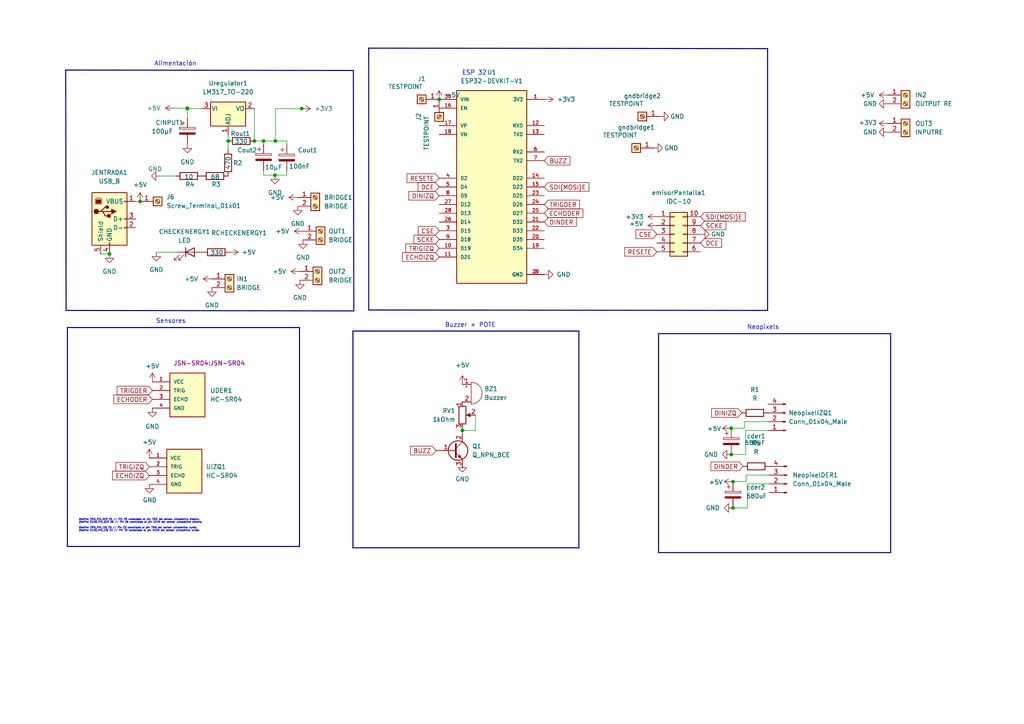
<source format=kicad_sch>
(kicad_sch (version 20211123) (generator eeschema)

  (uuid 9538e4ed-27e6-4c37-b989-9859dc0d49e8)

  (paper "A4")

  (lib_symbols
    (symbol "Connector:Conn_01x04_Male" (pin_names (offset 1.016) hide) (in_bom yes) (on_board yes)
      (property "Reference" "J" (id 0) (at 0 5.08 0)
        (effects (font (size 1.27 1.27)))
      )
      (property "Value" "Conn_01x04_Male" (id 1) (at 0 -7.62 0)
        (effects (font (size 1.27 1.27)))
      )
      (property "Footprint" "" (id 2) (at 0 0 0)
        (effects (font (size 1.27 1.27)) hide)
      )
      (property "Datasheet" "~" (id 3) (at 0 0 0)
        (effects (font (size 1.27 1.27)) hide)
      )
      (property "ki_keywords" "connector" (id 4) (at 0 0 0)
        (effects (font (size 1.27 1.27)) hide)
      )
      (property "ki_description" "Generic connector, single row, 01x04, script generated (kicad-library-utils/schlib/autogen/connector/)" (id 5) (at 0 0 0)
        (effects (font (size 1.27 1.27)) hide)
      )
      (property "ki_fp_filters" "Connector*:*_1x??_*" (id 6) (at 0 0 0)
        (effects (font (size 1.27 1.27)) hide)
      )
      (symbol "Conn_01x04_Male_1_1"
        (polyline
          (pts
            (xy 1.27 -5.08)
            (xy 0.8636 -5.08)
          )
          (stroke (width 0.1524) (type default) (color 0 0 0 0))
          (fill (type none))
        )
        (polyline
          (pts
            (xy 1.27 -2.54)
            (xy 0.8636 -2.54)
          )
          (stroke (width 0.1524) (type default) (color 0 0 0 0))
          (fill (type none))
        )
        (polyline
          (pts
            (xy 1.27 0)
            (xy 0.8636 0)
          )
          (stroke (width 0.1524) (type default) (color 0 0 0 0))
          (fill (type none))
        )
        (polyline
          (pts
            (xy 1.27 2.54)
            (xy 0.8636 2.54)
          )
          (stroke (width 0.1524) (type default) (color 0 0 0 0))
          (fill (type none))
        )
        (rectangle (start 0.8636 -4.953) (end 0 -5.207)
          (stroke (width 0.1524) (type default) (color 0 0 0 0))
          (fill (type outline))
        )
        (rectangle (start 0.8636 -2.413) (end 0 -2.667)
          (stroke (width 0.1524) (type default) (color 0 0 0 0))
          (fill (type outline))
        )
        (rectangle (start 0.8636 0.127) (end 0 -0.127)
          (stroke (width 0.1524) (type default) (color 0 0 0 0))
          (fill (type outline))
        )
        (rectangle (start 0.8636 2.667) (end 0 2.413)
          (stroke (width 0.1524) (type default) (color 0 0 0 0))
          (fill (type outline))
        )
        (pin passive line (at 5.08 2.54 180) (length 3.81)
          (name "Pin_1" (effects (font (size 1.27 1.27))))
          (number "1" (effects (font (size 1.27 1.27))))
        )
        (pin passive line (at 5.08 0 180) (length 3.81)
          (name "Pin_2" (effects (font (size 1.27 1.27))))
          (number "2" (effects (font (size 1.27 1.27))))
        )
        (pin passive line (at 5.08 -2.54 180) (length 3.81)
          (name "Pin_3" (effects (font (size 1.27 1.27))))
          (number "3" (effects (font (size 1.27 1.27))))
        )
        (pin passive line (at 5.08 -5.08 180) (length 3.81)
          (name "Pin_4" (effects (font (size 1.27 1.27))))
          (number "4" (effects (font (size 1.27 1.27))))
        )
      )
    )
    (symbol "Connector:Screw_Terminal_01x01" (pin_names (offset 1.016) hide) (in_bom yes) (on_board yes)
      (property "Reference" "J" (id 0) (at 0 2.54 0)
        (effects (font (size 1.27 1.27)))
      )
      (property "Value" "Screw_Terminal_01x01" (id 1) (at 0 -2.54 0)
        (effects (font (size 1.27 1.27)))
      )
      (property "Footprint" "" (id 2) (at 0 0 0)
        (effects (font (size 1.27 1.27)) hide)
      )
      (property "Datasheet" "~" (id 3) (at 0 0 0)
        (effects (font (size 1.27 1.27)) hide)
      )
      (property "ki_keywords" "screw terminal" (id 4) (at 0 0 0)
        (effects (font (size 1.27 1.27)) hide)
      )
      (property "ki_description" "Generic screw terminal, single row, 01x01, script generated (kicad-library-utils/schlib/autogen/connector/)" (id 5) (at 0 0 0)
        (effects (font (size 1.27 1.27)) hide)
      )
      (property "ki_fp_filters" "TerminalBlock*:*" (id 6) (at 0 0 0)
        (effects (font (size 1.27 1.27)) hide)
      )
      (symbol "Screw_Terminal_01x01_1_1"
        (rectangle (start -1.27 1.27) (end 1.27 -1.27)
          (stroke (width 0.254) (type default) (color 0 0 0 0))
          (fill (type background))
        )
        (polyline
          (pts
            (xy -0.5334 0.3302)
            (xy 0.3302 -0.508)
          )
          (stroke (width 0.1524) (type default) (color 0 0 0 0))
          (fill (type none))
        )
        (polyline
          (pts
            (xy -0.3556 0.508)
            (xy 0.508 -0.3302)
          )
          (stroke (width 0.1524) (type default) (color 0 0 0 0))
          (fill (type none))
        )
        (circle (center 0 0) (radius 0.635)
          (stroke (width 0.1524) (type default) (color 0 0 0 0))
          (fill (type none))
        )
        (pin passive line (at -5.08 0 0) (length 3.81)
          (name "Pin_1" (effects (font (size 1.27 1.27))))
          (number "1" (effects (font (size 1.27 1.27))))
        )
      )
    )
    (symbol "Connector:Screw_Terminal_01x02" (pin_names (offset 1.016) hide) (in_bom yes) (on_board yes)
      (property "Reference" "J" (id 0) (at 0 2.54 0)
        (effects (font (size 1.27 1.27)))
      )
      (property "Value" "Screw_Terminal_01x02" (id 1) (at 0 -5.08 0)
        (effects (font (size 1.27 1.27)))
      )
      (property "Footprint" "" (id 2) (at 0 0 0)
        (effects (font (size 1.27 1.27)) hide)
      )
      (property "Datasheet" "~" (id 3) (at 0 0 0)
        (effects (font (size 1.27 1.27)) hide)
      )
      (property "ki_keywords" "screw terminal" (id 4) (at 0 0 0)
        (effects (font (size 1.27 1.27)) hide)
      )
      (property "ki_description" "Generic screw terminal, single row, 01x02, script generated (kicad-library-utils/schlib/autogen/connector/)" (id 5) (at 0 0 0)
        (effects (font (size 1.27 1.27)) hide)
      )
      (property "ki_fp_filters" "TerminalBlock*:*" (id 6) (at 0 0 0)
        (effects (font (size 1.27 1.27)) hide)
      )
      (symbol "Screw_Terminal_01x02_1_1"
        (rectangle (start -1.27 1.27) (end 1.27 -3.81)
          (stroke (width 0.254) (type default) (color 0 0 0 0))
          (fill (type background))
        )
        (circle (center 0 -2.54) (radius 0.635)
          (stroke (width 0.1524) (type default) (color 0 0 0 0))
          (fill (type none))
        )
        (polyline
          (pts
            (xy -0.5334 -2.2098)
            (xy 0.3302 -3.048)
          )
          (stroke (width 0.1524) (type default) (color 0 0 0 0))
          (fill (type none))
        )
        (polyline
          (pts
            (xy -0.5334 0.3302)
            (xy 0.3302 -0.508)
          )
          (stroke (width 0.1524) (type default) (color 0 0 0 0))
          (fill (type none))
        )
        (polyline
          (pts
            (xy -0.3556 -2.032)
            (xy 0.508 -2.8702)
          )
          (stroke (width 0.1524) (type default) (color 0 0 0 0))
          (fill (type none))
        )
        (polyline
          (pts
            (xy -0.3556 0.508)
            (xy 0.508 -0.3302)
          )
          (stroke (width 0.1524) (type default) (color 0 0 0 0))
          (fill (type none))
        )
        (circle (center 0 0) (radius 0.635)
          (stroke (width 0.1524) (type default) (color 0 0 0 0))
          (fill (type none))
        )
        (pin passive line (at -5.08 0 0) (length 3.81)
          (name "Pin_1" (effects (font (size 1.27 1.27))))
          (number "1" (effects (font (size 1.27 1.27))))
        )
        (pin passive line (at -5.08 -2.54 0) (length 3.81)
          (name "Pin_2" (effects (font (size 1.27 1.27))))
          (number "2" (effects (font (size 1.27 1.27))))
        )
      )
    )
    (symbol "Connector:USB_B" (pin_names (offset 1.016)) (in_bom yes) (on_board yes)
      (property "Reference" "J" (id 0) (at -5.08 11.43 0)
        (effects (font (size 1.27 1.27)) (justify left))
      )
      (property "Value" "USB_B" (id 1) (at -5.08 8.89 0)
        (effects (font (size 1.27 1.27)) (justify left))
      )
      (property "Footprint" "" (id 2) (at 3.81 -1.27 0)
        (effects (font (size 1.27 1.27)) hide)
      )
      (property "Datasheet" " ~" (id 3) (at 3.81 -1.27 0)
        (effects (font (size 1.27 1.27)) hide)
      )
      (property "ki_keywords" "connector USB" (id 4) (at 0 0 0)
        (effects (font (size 1.27 1.27)) hide)
      )
      (property "ki_description" "USB Type B connector" (id 5) (at 0 0 0)
        (effects (font (size 1.27 1.27)) hide)
      )
      (property "ki_fp_filters" "USB*" (id 6) (at 0 0 0)
        (effects (font (size 1.27 1.27)) hide)
      )
      (symbol "USB_B_0_1"
        (rectangle (start -5.08 -7.62) (end 5.08 7.62)
          (stroke (width 0.254) (type default) (color 0 0 0 0))
          (fill (type background))
        )
        (circle (center -3.81 2.159) (radius 0.635)
          (stroke (width 0.254) (type default) (color 0 0 0 0))
          (fill (type outline))
        )
        (rectangle (start -3.81 5.588) (end -2.54 4.572)
          (stroke (width 0) (type default) (color 0 0 0 0))
          (fill (type outline))
        )
        (circle (center -0.635 3.429) (radius 0.381)
          (stroke (width 0.254) (type default) (color 0 0 0 0))
          (fill (type outline))
        )
        (rectangle (start -0.127 -7.62) (end 0.127 -6.858)
          (stroke (width 0) (type default) (color 0 0 0 0))
          (fill (type none))
        )
        (polyline
          (pts
            (xy -1.905 2.159)
            (xy 0.635 2.159)
          )
          (stroke (width 0.254) (type default) (color 0 0 0 0))
          (fill (type none))
        )
        (polyline
          (pts
            (xy -3.175 2.159)
            (xy -2.54 2.159)
            (xy -1.27 3.429)
            (xy -0.635 3.429)
          )
          (stroke (width 0.254) (type default) (color 0 0 0 0))
          (fill (type none))
        )
        (polyline
          (pts
            (xy -2.54 2.159)
            (xy -1.905 2.159)
            (xy -1.27 0.889)
            (xy 0 0.889)
          )
          (stroke (width 0.254) (type default) (color 0 0 0 0))
          (fill (type none))
        )
        (polyline
          (pts
            (xy 0.635 2.794)
            (xy 0.635 1.524)
            (xy 1.905 2.159)
            (xy 0.635 2.794)
          )
          (stroke (width 0.254) (type default) (color 0 0 0 0))
          (fill (type outline))
        )
        (polyline
          (pts
            (xy -4.064 4.318)
            (xy -2.286 4.318)
            (xy -2.286 5.715)
            (xy -2.667 6.096)
            (xy -3.683 6.096)
            (xy -4.064 5.715)
            (xy -4.064 4.318)
          )
          (stroke (width 0) (type default) (color 0 0 0 0))
          (fill (type none))
        )
        (rectangle (start 0.254 1.27) (end -0.508 0.508)
          (stroke (width 0.254) (type default) (color 0 0 0 0))
          (fill (type outline))
        )
        (rectangle (start 5.08 -2.667) (end 4.318 -2.413)
          (stroke (width 0) (type default) (color 0 0 0 0))
          (fill (type none))
        )
        (rectangle (start 5.08 -0.127) (end 4.318 0.127)
          (stroke (width 0) (type default) (color 0 0 0 0))
          (fill (type none))
        )
        (rectangle (start 5.08 4.953) (end 4.318 5.207)
          (stroke (width 0) (type default) (color 0 0 0 0))
          (fill (type none))
        )
      )
      (symbol "USB_B_1_1"
        (pin power_out line (at 7.62 5.08 180) (length 2.54)
          (name "VBUS" (effects (font (size 1.27 1.27))))
          (number "1" (effects (font (size 1.27 1.27))))
        )
        (pin bidirectional line (at 7.62 -2.54 180) (length 2.54)
          (name "D-" (effects (font (size 1.27 1.27))))
          (number "2" (effects (font (size 1.27 1.27))))
        )
        (pin bidirectional line (at 7.62 0 180) (length 2.54)
          (name "D+" (effects (font (size 1.27 1.27))))
          (number "3" (effects (font (size 1.27 1.27))))
        )
        (pin power_out line (at 0 -10.16 90) (length 2.54)
          (name "GND" (effects (font (size 1.27 1.27))))
          (number "4" (effects (font (size 1.27 1.27))))
        )
        (pin passive line (at -2.54 -10.16 90) (length 2.54)
          (name "Shield" (effects (font (size 1.27 1.27))))
          (number "5" (effects (font (size 1.27 1.27))))
        )
      )
    )
    (symbol "Connector_Generic:Conn_02x05_Counter_Clockwise" (pin_names (offset 1.016) hide) (in_bom yes) (on_board yes)
      (property "Reference" "J" (id 0) (at 1.27 7.62 0)
        (effects (font (size 1.27 1.27)))
      )
      (property "Value" "Conn_02x05_Counter_Clockwise" (id 1) (at 1.27 -7.62 0)
        (effects (font (size 1.27 1.27)))
      )
      (property "Footprint" "" (id 2) (at 0 0 0)
        (effects (font (size 1.27 1.27)) hide)
      )
      (property "Datasheet" "~" (id 3) (at 0 0 0)
        (effects (font (size 1.27 1.27)) hide)
      )
      (property "ki_keywords" "connector" (id 4) (at 0 0 0)
        (effects (font (size 1.27 1.27)) hide)
      )
      (property "ki_description" "Generic connector, double row, 02x05, counter clockwise pin numbering scheme (similar to DIP packge numbering), script generated (kicad-library-utils/schlib/autogen/connector/)" (id 5) (at 0 0 0)
        (effects (font (size 1.27 1.27)) hide)
      )
      (property "ki_fp_filters" "Connector*:*_2x??_*" (id 6) (at 0 0 0)
        (effects (font (size 1.27 1.27)) hide)
      )
      (symbol "Conn_02x05_Counter_Clockwise_1_1"
        (rectangle (start -1.27 -4.953) (end 0 -5.207)
          (stroke (width 0.1524) (type default) (color 0 0 0 0))
          (fill (type none))
        )
        (rectangle (start -1.27 -2.413) (end 0 -2.667)
          (stroke (width 0.1524) (type default) (color 0 0 0 0))
          (fill (type none))
        )
        (rectangle (start -1.27 0.127) (end 0 -0.127)
          (stroke (width 0.1524) (type default) (color 0 0 0 0))
          (fill (type none))
        )
        (rectangle (start -1.27 2.667) (end 0 2.413)
          (stroke (width 0.1524) (type default) (color 0 0 0 0))
          (fill (type none))
        )
        (rectangle (start -1.27 5.207) (end 0 4.953)
          (stroke (width 0.1524) (type default) (color 0 0 0 0))
          (fill (type none))
        )
        (rectangle (start -1.27 6.35) (end 3.81 -6.35)
          (stroke (width 0.254) (type default) (color 0 0 0 0))
          (fill (type background))
        )
        (rectangle (start 3.81 -4.953) (end 2.54 -5.207)
          (stroke (width 0.1524) (type default) (color 0 0 0 0))
          (fill (type none))
        )
        (rectangle (start 3.81 -2.413) (end 2.54 -2.667)
          (stroke (width 0.1524) (type default) (color 0 0 0 0))
          (fill (type none))
        )
        (rectangle (start 3.81 0.127) (end 2.54 -0.127)
          (stroke (width 0.1524) (type default) (color 0 0 0 0))
          (fill (type none))
        )
        (rectangle (start 3.81 2.667) (end 2.54 2.413)
          (stroke (width 0.1524) (type default) (color 0 0 0 0))
          (fill (type none))
        )
        (rectangle (start 3.81 5.207) (end 2.54 4.953)
          (stroke (width 0.1524) (type default) (color 0 0 0 0))
          (fill (type none))
        )
        (pin passive line (at -5.08 5.08 0) (length 3.81)
          (name "Pin_1" (effects (font (size 1.27 1.27))))
          (number "1" (effects (font (size 1.27 1.27))))
        )
        (pin passive line (at 7.62 5.08 180) (length 3.81)
          (name "Pin_10" (effects (font (size 1.27 1.27))))
          (number "10" (effects (font (size 1.27 1.27))))
        )
        (pin passive line (at -5.08 2.54 0) (length 3.81)
          (name "Pin_2" (effects (font (size 1.27 1.27))))
          (number "2" (effects (font (size 1.27 1.27))))
        )
        (pin passive line (at -5.08 0 0) (length 3.81)
          (name "Pin_3" (effects (font (size 1.27 1.27))))
          (number "3" (effects (font (size 1.27 1.27))))
        )
        (pin passive line (at -5.08 -2.54 0) (length 3.81)
          (name "Pin_4" (effects (font (size 1.27 1.27))))
          (number "4" (effects (font (size 1.27 1.27))))
        )
        (pin passive line (at -5.08 -5.08 0) (length 3.81)
          (name "Pin_5" (effects (font (size 1.27 1.27))))
          (number "5" (effects (font (size 1.27 1.27))))
        )
        (pin passive line (at 7.62 -5.08 180) (length 3.81)
          (name "Pin_6" (effects (font (size 1.27 1.27))))
          (number "6" (effects (font (size 1.27 1.27))))
        )
        (pin passive line (at 7.62 -2.54 180) (length 3.81)
          (name "Pin_7" (effects (font (size 1.27 1.27))))
          (number "7" (effects (font (size 1.27 1.27))))
        )
        (pin passive line (at 7.62 0 180) (length 3.81)
          (name "Pin_8" (effects (font (size 1.27 1.27))))
          (number "8" (effects (font (size 1.27 1.27))))
        )
        (pin passive line (at 7.62 2.54 180) (length 3.81)
          (name "Pin_9" (effects (font (size 1.27 1.27))))
          (number "9" (effects (font (size 1.27 1.27))))
        )
      )
    )
    (symbol "Device:Buzzer" (pin_names (offset 0.0254) hide) (in_bom yes) (on_board yes)
      (property "Reference" "BZ" (id 0) (at 3.81 1.27 0)
        (effects (font (size 1.27 1.27)) (justify left))
      )
      (property "Value" "Buzzer" (id 1) (at 3.81 -1.27 0)
        (effects (font (size 1.27 1.27)) (justify left))
      )
      (property "Footprint" "" (id 2) (at -0.635 2.54 90)
        (effects (font (size 1.27 1.27)) hide)
      )
      (property "Datasheet" "~" (id 3) (at -0.635 2.54 90)
        (effects (font (size 1.27 1.27)) hide)
      )
      (property "ki_keywords" "quartz resonator ceramic" (id 4) (at 0 0 0)
        (effects (font (size 1.27 1.27)) hide)
      )
      (property "ki_description" "Buzzer, polarized" (id 5) (at 0 0 0)
        (effects (font (size 1.27 1.27)) hide)
      )
      (property "ki_fp_filters" "*Buzzer*" (id 6) (at 0 0 0)
        (effects (font (size 1.27 1.27)) hide)
      )
      (symbol "Buzzer_0_1"
        (arc (start 0 -3.175) (mid 3.175 0) (end 0 3.175)
          (stroke (width 0) (type default) (color 0 0 0 0))
          (fill (type none))
        )
        (polyline
          (pts
            (xy -1.651 1.905)
            (xy -1.143 1.905)
          )
          (stroke (width 0) (type default) (color 0 0 0 0))
          (fill (type none))
        )
        (polyline
          (pts
            (xy -1.397 2.159)
            (xy -1.397 1.651)
          )
          (stroke (width 0) (type default) (color 0 0 0 0))
          (fill (type none))
        )
        (polyline
          (pts
            (xy 0 3.175)
            (xy 0 -3.175)
          )
          (stroke (width 0) (type default) (color 0 0 0 0))
          (fill (type none))
        )
      )
      (symbol "Buzzer_1_1"
        (pin passive line (at -2.54 2.54 0) (length 2.54)
          (name "-" (effects (font (size 1.27 1.27))))
          (number "1" (effects (font (size 1.27 1.27))))
        )
        (pin passive line (at -2.54 -2.54 0) (length 2.54)
          (name "+" (effects (font (size 1.27 1.27))))
          (number "2" (effects (font (size 1.27 1.27))))
        )
      )
    )
    (symbol "Device:C_Polarized" (pin_numbers hide) (pin_names (offset 0.254)) (in_bom yes) (on_board yes)
      (property "Reference" "C" (id 0) (at 0.635 2.54 0)
        (effects (font (size 1.27 1.27)) (justify left))
      )
      (property "Value" "C_Polarized" (id 1) (at 0.635 -2.54 0)
        (effects (font (size 1.27 1.27)) (justify left))
      )
      (property "Footprint" "" (id 2) (at 0.9652 -3.81 0)
        (effects (font (size 1.27 1.27)) hide)
      )
      (property "Datasheet" "~" (id 3) (at 0 0 0)
        (effects (font (size 1.27 1.27)) hide)
      )
      (property "ki_keywords" "cap capacitor" (id 4) (at 0 0 0)
        (effects (font (size 1.27 1.27)) hide)
      )
      (property "ki_description" "Polarized capacitor" (id 5) (at 0 0 0)
        (effects (font (size 1.27 1.27)) hide)
      )
      (property "ki_fp_filters" "CP_*" (id 6) (at 0 0 0)
        (effects (font (size 1.27 1.27)) hide)
      )
      (symbol "C_Polarized_0_1"
        (rectangle (start -2.286 0.508) (end 2.286 1.016)
          (stroke (width 0) (type default) (color 0 0 0 0))
          (fill (type none))
        )
        (polyline
          (pts
            (xy -1.778 2.286)
            (xy -0.762 2.286)
          )
          (stroke (width 0) (type default) (color 0 0 0 0))
          (fill (type none))
        )
        (polyline
          (pts
            (xy -1.27 2.794)
            (xy -1.27 1.778)
          )
          (stroke (width 0) (type default) (color 0 0 0 0))
          (fill (type none))
        )
        (rectangle (start 2.286 -0.508) (end -2.286 -1.016)
          (stroke (width 0) (type default) (color 0 0 0 0))
          (fill (type outline))
        )
      )
      (symbol "C_Polarized_1_1"
        (pin passive line (at 0 3.81 270) (length 2.794)
          (name "~" (effects (font (size 1.27 1.27))))
          (number "1" (effects (font (size 1.27 1.27))))
        )
        (pin passive line (at 0 -3.81 90) (length 2.794)
          (name "~" (effects (font (size 1.27 1.27))))
          (number "2" (effects (font (size 1.27 1.27))))
        )
      )
    )
    (symbol "Device:LED" (pin_numbers hide) (pin_names (offset 1.016) hide) (in_bom yes) (on_board yes)
      (property "Reference" "D" (id 0) (at 0 2.54 0)
        (effects (font (size 1.27 1.27)))
      )
      (property "Value" "LED" (id 1) (at 0 -2.54 0)
        (effects (font (size 1.27 1.27)))
      )
      (property "Footprint" "" (id 2) (at 0 0 0)
        (effects (font (size 1.27 1.27)) hide)
      )
      (property "Datasheet" "~" (id 3) (at 0 0 0)
        (effects (font (size 1.27 1.27)) hide)
      )
      (property "ki_keywords" "LED diode" (id 4) (at 0 0 0)
        (effects (font (size 1.27 1.27)) hide)
      )
      (property "ki_description" "Light emitting diode" (id 5) (at 0 0 0)
        (effects (font (size 1.27 1.27)) hide)
      )
      (property "ki_fp_filters" "LED* LED_SMD:* LED_THT:*" (id 6) (at 0 0 0)
        (effects (font (size 1.27 1.27)) hide)
      )
      (symbol "LED_0_1"
        (polyline
          (pts
            (xy -1.27 -1.27)
            (xy -1.27 1.27)
          )
          (stroke (width 0.254) (type default) (color 0 0 0 0))
          (fill (type none))
        )
        (polyline
          (pts
            (xy -1.27 0)
            (xy 1.27 0)
          )
          (stroke (width 0) (type default) (color 0 0 0 0))
          (fill (type none))
        )
        (polyline
          (pts
            (xy 1.27 -1.27)
            (xy 1.27 1.27)
            (xy -1.27 0)
            (xy 1.27 -1.27)
          )
          (stroke (width 0.254) (type default) (color 0 0 0 0))
          (fill (type none))
        )
        (polyline
          (pts
            (xy -3.048 -0.762)
            (xy -4.572 -2.286)
            (xy -3.81 -2.286)
            (xy -4.572 -2.286)
            (xy -4.572 -1.524)
          )
          (stroke (width 0) (type default) (color 0 0 0 0))
          (fill (type none))
        )
        (polyline
          (pts
            (xy -1.778 -0.762)
            (xy -3.302 -2.286)
            (xy -2.54 -2.286)
            (xy -3.302 -2.286)
            (xy -3.302 -1.524)
          )
          (stroke (width 0) (type default) (color 0 0 0 0))
          (fill (type none))
        )
      )
      (symbol "LED_1_1"
        (pin passive line (at -3.81 0 0) (length 2.54)
          (name "K" (effects (font (size 1.27 1.27))))
          (number "1" (effects (font (size 1.27 1.27))))
        )
        (pin passive line (at 3.81 0 180) (length 2.54)
          (name "A" (effects (font (size 1.27 1.27))))
          (number "2" (effects (font (size 1.27 1.27))))
        )
      )
    )
    (symbol "Device:Q_NPN_BCE" (pin_names (offset 0) hide) (in_bom yes) (on_board yes)
      (property "Reference" "Q" (id 0) (at 5.08 1.27 0)
        (effects (font (size 1.27 1.27)) (justify left))
      )
      (property "Value" "Q_NPN_BCE" (id 1) (at 5.08 -1.27 0)
        (effects (font (size 1.27 1.27)) (justify left))
      )
      (property "Footprint" "" (id 2) (at 5.08 2.54 0)
        (effects (font (size 1.27 1.27)) hide)
      )
      (property "Datasheet" "~" (id 3) (at 0 0 0)
        (effects (font (size 1.27 1.27)) hide)
      )
      (property "ki_keywords" "transistor NPN" (id 4) (at 0 0 0)
        (effects (font (size 1.27 1.27)) hide)
      )
      (property "ki_description" "NPN transistor, base/collector/emitter" (id 5) (at 0 0 0)
        (effects (font (size 1.27 1.27)) hide)
      )
      (symbol "Q_NPN_BCE_0_1"
        (polyline
          (pts
            (xy 0.635 0.635)
            (xy 2.54 2.54)
          )
          (stroke (width 0) (type default) (color 0 0 0 0))
          (fill (type none))
        )
        (polyline
          (pts
            (xy 0.635 -0.635)
            (xy 2.54 -2.54)
            (xy 2.54 -2.54)
          )
          (stroke (width 0) (type default) (color 0 0 0 0))
          (fill (type none))
        )
        (polyline
          (pts
            (xy 0.635 1.905)
            (xy 0.635 -1.905)
            (xy 0.635 -1.905)
          )
          (stroke (width 0.508) (type default) (color 0 0 0 0))
          (fill (type none))
        )
        (polyline
          (pts
            (xy 1.27 -1.778)
            (xy 1.778 -1.27)
            (xy 2.286 -2.286)
            (xy 1.27 -1.778)
            (xy 1.27 -1.778)
          )
          (stroke (width 0) (type default) (color 0 0 0 0))
          (fill (type outline))
        )
        (circle (center 1.27 0) (radius 2.8194)
          (stroke (width 0.254) (type default) (color 0 0 0 0))
          (fill (type none))
        )
      )
      (symbol "Q_NPN_BCE_1_1"
        (pin input line (at -5.08 0 0) (length 5.715)
          (name "B" (effects (font (size 1.27 1.27))))
          (number "1" (effects (font (size 1.27 1.27))))
        )
        (pin passive line (at 2.54 5.08 270) (length 2.54)
          (name "C" (effects (font (size 1.27 1.27))))
          (number "2" (effects (font (size 1.27 1.27))))
        )
        (pin passive line (at 2.54 -5.08 90) (length 2.54)
          (name "E" (effects (font (size 1.27 1.27))))
          (number "3" (effects (font (size 1.27 1.27))))
        )
      )
    )
    (symbol "Device:R" (pin_numbers hide) (pin_names (offset 0)) (in_bom yes) (on_board yes)
      (property "Reference" "R" (id 0) (at 2.032 0 90)
        (effects (font (size 1.27 1.27)))
      )
      (property "Value" "R" (id 1) (at 0 0 90)
        (effects (font (size 1.27 1.27)))
      )
      (property "Footprint" "" (id 2) (at -1.778 0 90)
        (effects (font (size 1.27 1.27)) hide)
      )
      (property "Datasheet" "~" (id 3) (at 0 0 0)
        (effects (font (size 1.27 1.27)) hide)
      )
      (property "ki_keywords" "R res resistor" (id 4) (at 0 0 0)
        (effects (font (size 1.27 1.27)) hide)
      )
      (property "ki_description" "Resistor" (id 5) (at 0 0 0)
        (effects (font (size 1.27 1.27)) hide)
      )
      (property "ki_fp_filters" "R_*" (id 6) (at 0 0 0)
        (effects (font (size 1.27 1.27)) hide)
      )
      (symbol "R_0_1"
        (rectangle (start -1.016 -2.54) (end 1.016 2.54)
          (stroke (width 0.254) (type default) (color 0 0 0 0))
          (fill (type none))
        )
      )
      (symbol "R_1_1"
        (pin passive line (at 0 3.81 270) (length 1.27)
          (name "~" (effects (font (size 1.27 1.27))))
          (number "1" (effects (font (size 1.27 1.27))))
        )
        (pin passive line (at 0 -3.81 90) (length 1.27)
          (name "~" (effects (font (size 1.27 1.27))))
          (number "2" (effects (font (size 1.27 1.27))))
        )
      )
    )
    (symbol "Device:R_Potentiometer" (pin_names (offset 1.016) hide) (in_bom yes) (on_board yes)
      (property "Reference" "RV" (id 0) (at -4.445 0 90)
        (effects (font (size 1.27 1.27)))
      )
      (property "Value" "R_Potentiometer" (id 1) (at -2.54 0 90)
        (effects (font (size 1.27 1.27)))
      )
      (property "Footprint" "" (id 2) (at 0 0 0)
        (effects (font (size 1.27 1.27)) hide)
      )
      (property "Datasheet" "~" (id 3) (at 0 0 0)
        (effects (font (size 1.27 1.27)) hide)
      )
      (property "ki_keywords" "resistor variable" (id 4) (at 0 0 0)
        (effects (font (size 1.27 1.27)) hide)
      )
      (property "ki_description" "Potentiometer" (id 5) (at 0 0 0)
        (effects (font (size 1.27 1.27)) hide)
      )
      (property "ki_fp_filters" "Potentiometer*" (id 6) (at 0 0 0)
        (effects (font (size 1.27 1.27)) hide)
      )
      (symbol "R_Potentiometer_0_1"
        (polyline
          (pts
            (xy 2.54 0)
            (xy 1.524 0)
          )
          (stroke (width 0) (type default) (color 0 0 0 0))
          (fill (type none))
        )
        (polyline
          (pts
            (xy 1.143 0)
            (xy 2.286 0.508)
            (xy 2.286 -0.508)
            (xy 1.143 0)
          )
          (stroke (width 0) (type default) (color 0 0 0 0))
          (fill (type outline))
        )
        (rectangle (start 1.016 2.54) (end -1.016 -2.54)
          (stroke (width 0.254) (type default) (color 0 0 0 0))
          (fill (type none))
        )
      )
      (symbol "R_Potentiometer_1_1"
        (pin passive line (at 0 3.81 270) (length 1.27)
          (name "1" (effects (font (size 1.27 1.27))))
          (number "1" (effects (font (size 1.27 1.27))))
        )
        (pin passive line (at 3.81 0 180) (length 1.27)
          (name "2" (effects (font (size 1.27 1.27))))
          (number "2" (effects (font (size 1.27 1.27))))
        )
        (pin passive line (at 0 -3.81 90) (length 1.27)
          (name "3" (effects (font (size 1.27 1.27))))
          (number "3" (effects (font (size 1.27 1.27))))
        )
      )
    )
    (symbol "ESP32-DEVKIT-V1:ESP32-DEVKIT-V1" (pin_names (offset 1.016)) (in_bom yes) (on_board yes)
      (property "Reference" "U" (id 0) (at -10.16 30.48 0)
        (effects (font (size 1.27 1.27)) (justify left top))
      )
      (property "Value" "ESP32-DEVKIT-V1" (id 1) (at -10.16 -30.48 0)
        (effects (font (size 1.27 1.27)) (justify left bottom))
      )
      (property "Footprint" "MODULE_ESP32_DEVKIT_V1" (id 2) (at 0 0 0)
        (effects (font (size 1.27 1.27)) (justify bottom) hide)
      )
      (property "Datasheet" "" (id 3) (at 0 0 0)
        (effects (font (size 1.27 1.27)) hide)
      )
      (property "PARTREV" "N/A" (id 4) (at 0 0 0)
        (effects (font (size 1.27 1.27)) (justify bottom) hide)
      )
      (property "STANDARD" "Manufacturer Recommendations" (id 5) (at 0 0 0)
        (effects (font (size 1.27 1.27)) (justify bottom) hide)
      )
      (property "MAXIMUM_PACKAGE_HEIGHT" "6.8 mm" (id 6) (at 0 0 0)
        (effects (font (size 1.27 1.27)) (justify bottom) hide)
      )
      (property "MANUFACTURER" "DOIT" (id 7) (at 0 0 0)
        (effects (font (size 1.27 1.27)) (justify bottom) hide)
      )
      (symbol "ESP32-DEVKIT-V1_0_0"
        (rectangle (start -10.16 -27.94) (end 10.16 27.94)
          (stroke (width 0.254) (type default) (color 0 0 0 0))
          (fill (type background))
        )
        (pin output line (at 15.24 25.4 180) (length 5.08)
          (name "3V3" (effects (font (size 1.016 1.016))))
          (number "1" (effects (font (size 1.016 1.016))))
        )
        (pin bidirectional line (at -15.24 -17.78 0) (length 5.08)
          (name "D19" (effects (font (size 1.016 1.016))))
          (number "10" (effects (font (size 1.016 1.016))))
        )
        (pin bidirectional line (at -15.24 -20.32 0) (length 5.08)
          (name "D21" (effects (font (size 1.016 1.016))))
          (number "11" (effects (font (size 1.016 1.016))))
        )
        (pin input line (at 15.24 17.78 180) (length 5.08)
          (name "RX0" (effects (font (size 1.016 1.016))))
          (number "12" (effects (font (size 1.016 1.016))))
        )
        (pin output line (at 15.24 15.24 180) (length 5.08)
          (name "TX0" (effects (font (size 1.016 1.016))))
          (number "13" (effects (font (size 1.016 1.016))))
        )
        (pin bidirectional line (at 15.24 2.54 180) (length 5.08)
          (name "D22" (effects (font (size 1.016 1.016))))
          (number "14" (effects (font (size 1.016 1.016))))
        )
        (pin bidirectional line (at 15.24 0 180) (length 5.08)
          (name "D23" (effects (font (size 1.016 1.016))))
          (number "15" (effects (font (size 1.016 1.016))))
        )
        (pin input line (at -15.24 22.86 0) (length 5.08)
          (name "EN" (effects (font (size 1.016 1.016))))
          (number "16" (effects (font (size 1.016 1.016))))
        )
        (pin bidirectional line (at -15.24 17.78 0) (length 5.08)
          (name "VP" (effects (font (size 1.016 1.016))))
          (number "17" (effects (font (size 1.016 1.016))))
        )
        (pin bidirectional line (at -15.24 15.24 0) (length 5.08)
          (name "VN" (effects (font (size 1.016 1.016))))
          (number "18" (effects (font (size 1.016 1.016))))
        )
        (pin bidirectional line (at 15.24 -17.78 180) (length 5.08)
          (name "D34" (effects (font (size 1.016 1.016))))
          (number "19" (effects (font (size 1.016 1.016))))
        )
        (pin power_in line (at 15.24 -25.4 180) (length 5.08)
          (name "GND" (effects (font (size 1.016 1.016))))
          (number "2" (effects (font (size 1.016 1.016))))
        )
        (pin bidirectional line (at 15.24 -15.24 180) (length 5.08)
          (name "D35" (effects (font (size 1.016 1.016))))
          (number "20" (effects (font (size 1.016 1.016))))
        )
        (pin bidirectional line (at 15.24 -10.16 180) (length 5.08)
          (name "D32" (effects (font (size 1.016 1.016))))
          (number "21" (effects (font (size 1.016 1.016))))
        )
        (pin bidirectional line (at 15.24 -12.7 180) (length 5.08)
          (name "D33" (effects (font (size 1.016 1.016))))
          (number "22" (effects (font (size 1.016 1.016))))
        )
        (pin bidirectional line (at 15.24 -2.54 180) (length 5.08)
          (name "D25" (effects (font (size 1.016 1.016))))
          (number "23" (effects (font (size 1.016 1.016))))
        )
        (pin bidirectional line (at 15.24 -5.08 180) (length 5.08)
          (name "D26" (effects (font (size 1.016 1.016))))
          (number "24" (effects (font (size 1.016 1.016))))
        )
        (pin bidirectional line (at 15.24 -7.62 180) (length 5.08)
          (name "D27" (effects (font (size 1.016 1.016))))
          (number "25" (effects (font (size 1.016 1.016))))
        )
        (pin bidirectional line (at -15.24 -10.16 0) (length 5.08)
          (name "D14" (effects (font (size 1.016 1.016))))
          (number "26" (effects (font (size 1.016 1.016))))
        )
        (pin bidirectional line (at -15.24 -5.08 0) (length 5.08)
          (name "D12" (effects (font (size 1.016 1.016))))
          (number "27" (effects (font (size 1.016 1.016))))
        )
        (pin bidirectional line (at -15.24 -7.62 0) (length 5.08)
          (name "D13" (effects (font (size 1.016 1.016))))
          (number "28" (effects (font (size 1.016 1.016))))
        )
        (pin power_in line (at 15.24 -25.4 180) (length 5.08)
          (name "GND" (effects (font (size 1.016 1.016))))
          (number "29" (effects (font (size 1.016 1.016))))
        )
        (pin bidirectional line (at -15.24 -12.7 0) (length 5.08)
          (name "D15" (effects (font (size 1.016 1.016))))
          (number "3" (effects (font (size 1.016 1.016))))
        )
        (pin input line (at -15.24 25.4 0) (length 5.08)
          (name "VIN" (effects (font (size 1.016 1.016))))
          (number "30" (effects (font (size 1.016 1.016))))
        )
        (pin bidirectional line (at -15.24 2.54 0) (length 5.08)
          (name "D2" (effects (font (size 1.016 1.016))))
          (number "4" (effects (font (size 1.016 1.016))))
        )
        (pin bidirectional line (at -15.24 0 0) (length 5.08)
          (name "D4" (effects (font (size 1.016 1.016))))
          (number "5" (effects (font (size 1.016 1.016))))
        )
        (pin input line (at 15.24 10.16 180) (length 5.08)
          (name "RX2" (effects (font (size 1.016 1.016))))
          (number "6" (effects (font (size 1.016 1.016))))
        )
        (pin output line (at 15.24 7.62 180) (length 5.08)
          (name "TX2" (effects (font (size 1.016 1.016))))
          (number "7" (effects (font (size 1.016 1.016))))
        )
        (pin bidirectional line (at -15.24 -2.54 0) (length 5.08)
          (name "D5" (effects (font (size 1.016 1.016))))
          (number "8" (effects (font (size 1.016 1.016))))
        )
        (pin bidirectional line (at -15.24 -15.24 0) (length 5.08)
          (name "D18" (effects (font (size 1.016 1.016))))
          (number "9" (effects (font (size 1.016 1.016))))
        )
      )
    )
    (symbol "HC-SR04:HC-SR04" (pin_names (offset 1.016)) (in_bom yes) (on_board yes)
      (property "Reference" "U" (id 0) (at 0 5.0813 0)
        (effects (font (size 1.27 1.27)) (justify left bottom))
      )
      (property "Value" "HC-SR04" (id 1) (at 0 -10.163 0)
        (effects (font (size 1.27 1.27)) (justify left bottom))
      )
      (property "Footprint" "XCVR_HC-SR04" (id 2) (at 0 0 0)
        (effects (font (size 1.27 1.27)) (justify bottom) hide)
      )
      (property "Datasheet" "" (id 3) (at 0 0 0)
        (effects (font (size 1.27 1.27)) hide)
      )
      (property "MANUFACTURER" "Osepp" (id 4) (at 0 0 0)
        (effects (font (size 1.27 1.27)) (justify bottom) hide)
      )
      (symbol "HC-SR04_0_0"
        (rectangle (start 0 -7.62) (end 10.16 5.08)
          (stroke (width 0.254) (type default) (color 0 0 0 0))
          (fill (type background))
        )
        (pin power_in line (at -5.08 2.54 0) (length 5.08)
          (name "VCC" (effects (font (size 1.016 1.016))))
          (number "1" (effects (font (size 1.016 1.016))))
        )
        (pin bidirectional line (at -5.08 0 0) (length 5.08)
          (name "TRIG" (effects (font (size 1.016 1.016))))
          (number "2" (effects (font (size 1.016 1.016))))
        )
        (pin bidirectional line (at -5.08 -2.54 0) (length 5.08)
          (name "ECHO" (effects (font (size 1.016 1.016))))
          (number "3" (effects (font (size 1.016 1.016))))
        )
        (pin power_in line (at -5.08 -5.08 0) (length 5.08)
          (name "GND" (effects (font (size 1.016 1.016))))
          (number "4" (effects (font (size 1.016 1.016))))
        )
      )
    )
    (symbol "R_1" (pin_numbers hide) (pin_names (offset 0) hide) (in_bom yes) (on_board yes)
      (property "Reference" "R" (id 0) (at 2.032 0 90)
        (effects (font (size 1.27 1.27)))
      )
      (property "Value" "R_1" (id 1) (at 0 0 90)
        (effects (font (size 1.27 1.27)))
      )
      (property "Footprint" "" (id 2) (at -1.778 0 90)
        (effects (font (size 1.27 1.27)) hide)
      )
      (property "Datasheet" "~" (id 3) (at 0 0 0)
        (effects (font (size 1.27 1.27)) hide)
      )
      (property "ki_keywords" "R res resistor" (id 4) (at 0 0 0)
        (effects (font (size 1.27 1.27)) hide)
      )
      (property "ki_description" "Resistor" (id 5) (at 0 0 0)
        (effects (font (size 1.27 1.27)) hide)
      )
      (property "ki_fp_filters" "R_*" (id 6) (at 0 0 0)
        (effects (font (size 1.27 1.27)) hide)
      )
      (symbol "R_1_0_1"
        (rectangle (start -1.016 -2.54) (end 1.016 2.54)
          (stroke (width 0.254) (type default) (color 0 0 0 0))
          (fill (type none))
        )
      )
      (symbol "R_1_1_1"
        (pin passive line (at 0 3.81 270) (length 1.27)
          (name "~" (effects (font (size 1.27 1.27))))
          (number "1" (effects (font (size 1.27 1.27))))
        )
        (pin passive line (at 0 -3.81 90) (length 1.27)
          (name "~" (effects (font (size 1.27 1.27))))
          (number "2" (effects (font (size 1.27 1.27))))
        )
      )
    )
    (symbol "Regulator_Linear:LM317_TO-220" (pin_names (offset 0.254)) (in_bom yes) (on_board yes)
      (property "Reference" "U" (id 0) (at -3.81 3.175 0)
        (effects (font (size 1.27 1.27)))
      )
      (property "Value" "LM317_TO-220" (id 1) (at 0 3.175 0)
        (effects (font (size 1.27 1.27)) (justify left))
      )
      (property "Footprint" "Package_TO_SOT_THT:TO-220-3_Vertical" (id 2) (at 0 6.35 0)
        (effects (font (size 1.27 1.27) italic) hide)
      )
      (property "Datasheet" "http://www.ti.com/lit/ds/symlink/lm317.pdf" (id 3) (at 0 0 0)
        (effects (font (size 1.27 1.27)) hide)
      )
      (property "ki_keywords" "Adjustable Voltage Regulator 1A Positive" (id 4) (at 0 0 0)
        (effects (font (size 1.27 1.27)) hide)
      )
      (property "ki_description" "1.5A 35V Adjustable Linear Regulator, TO-220" (id 5) (at 0 0 0)
        (effects (font (size 1.27 1.27)) hide)
      )
      (property "ki_fp_filters" "TO?220*" (id 6) (at 0 0 0)
        (effects (font (size 1.27 1.27)) hide)
      )
      (symbol "LM317_TO-220_0_1"
        (rectangle (start -5.08 1.905) (end 5.08 -5.08)
          (stroke (width 0.254) (type default) (color 0 0 0 0))
          (fill (type background))
        )
      )
      (symbol "LM317_TO-220_1_1"
        (pin input line (at 0 -7.62 90) (length 2.54)
          (name "ADJ" (effects (font (size 1.27 1.27))))
          (number "1" (effects (font (size 1.27 1.27))))
        )
        (pin power_out line (at 7.62 0 180) (length 2.54)
          (name "VO" (effects (font (size 1.27 1.27))))
          (number "2" (effects (font (size 1.27 1.27))))
        )
        (pin power_in line (at -7.62 0 0) (length 2.54)
          (name "VI" (effects (font (size 1.27 1.27))))
          (number "3" (effects (font (size 1.27 1.27))))
        )
      )
    )
    (symbol "power:+3.3V" (power) (pin_names (offset 0)) (in_bom yes) (on_board yes)
      (property "Reference" "#PWR" (id 0) (at 0 -3.81 0)
        (effects (font (size 1.27 1.27)) hide)
      )
      (property "Value" "+3.3V" (id 1) (at 0 3.556 0)
        (effects (font (size 1.27 1.27)))
      )
      (property "Footprint" "" (id 2) (at 0 0 0)
        (effects (font (size 1.27 1.27)) hide)
      )
      (property "Datasheet" "" (id 3) (at 0 0 0)
        (effects (font (size 1.27 1.27)) hide)
      )
      (property "ki_keywords" "power-flag" (id 4) (at 0 0 0)
        (effects (font (size 1.27 1.27)) hide)
      )
      (property "ki_description" "Power symbol creates a global label with name \"+3.3V\"" (id 5) (at 0 0 0)
        (effects (font (size 1.27 1.27)) hide)
      )
      (symbol "+3.3V_0_1"
        (polyline
          (pts
            (xy -0.762 1.27)
            (xy 0 2.54)
          )
          (stroke (width 0) (type default) (color 0 0 0 0))
          (fill (type none))
        )
        (polyline
          (pts
            (xy 0 0)
            (xy 0 2.54)
          )
          (stroke (width 0) (type default) (color 0 0 0 0))
          (fill (type none))
        )
        (polyline
          (pts
            (xy 0 2.54)
            (xy 0.762 1.27)
          )
          (stroke (width 0) (type default) (color 0 0 0 0))
          (fill (type none))
        )
      )
      (symbol "+3.3V_1_1"
        (pin power_in line (at 0 0 90) (length 0) hide
          (name "+3V3" (effects (font (size 1.27 1.27))))
          (number "1" (effects (font (size 1.27 1.27))))
        )
      )
    )
    (symbol "power:+5V" (power) (pin_names (offset 0)) (in_bom yes) (on_board yes)
      (property "Reference" "#PWR" (id 0) (at 0 -3.81 0)
        (effects (font (size 1.27 1.27)) hide)
      )
      (property "Value" "+5V" (id 1) (at 0 3.556 0)
        (effects (font (size 1.27 1.27)))
      )
      (property "Footprint" "" (id 2) (at 0 0 0)
        (effects (font (size 1.27 1.27)) hide)
      )
      (property "Datasheet" "" (id 3) (at 0 0 0)
        (effects (font (size 1.27 1.27)) hide)
      )
      (property "ki_keywords" "power-flag" (id 4) (at 0 0 0)
        (effects (font (size 1.27 1.27)) hide)
      )
      (property "ki_description" "Power symbol creates a global label with name \"+5V\"" (id 5) (at 0 0 0)
        (effects (font (size 1.27 1.27)) hide)
      )
      (symbol "+5V_0_1"
        (polyline
          (pts
            (xy -0.762 1.27)
            (xy 0 2.54)
          )
          (stroke (width 0) (type default) (color 0 0 0 0))
          (fill (type none))
        )
        (polyline
          (pts
            (xy 0 0)
            (xy 0 2.54)
          )
          (stroke (width 0) (type default) (color 0 0 0 0))
          (fill (type none))
        )
        (polyline
          (pts
            (xy 0 2.54)
            (xy 0.762 1.27)
          )
          (stroke (width 0) (type default) (color 0 0 0 0))
          (fill (type none))
        )
      )
      (symbol "+5V_1_1"
        (pin power_in line (at 0 0 90) (length 0) hide
          (name "+5V" (effects (font (size 1.27 1.27))))
          (number "1" (effects (font (size 1.27 1.27))))
        )
      )
    )
    (symbol "power:GND" (power) (pin_names (offset 0)) (in_bom yes) (on_board yes)
      (property "Reference" "#PWR" (id 0) (at 0 -6.35 0)
        (effects (font (size 1.27 1.27)) hide)
      )
      (property "Value" "GND" (id 1) (at 0 -3.81 0)
        (effects (font (size 1.27 1.27)))
      )
      (property "Footprint" "" (id 2) (at 0 0 0)
        (effects (font (size 1.27 1.27)) hide)
      )
      (property "Datasheet" "" (id 3) (at 0 0 0)
        (effects (font (size 1.27 1.27)) hide)
      )
      (property "ki_keywords" "power-flag" (id 4) (at 0 0 0)
        (effects (font (size 1.27 1.27)) hide)
      )
      (property "ki_description" "Power symbol creates a global label with name \"GND\" , ground" (id 5) (at 0 0 0)
        (effects (font (size 1.27 1.27)) hide)
      )
      (symbol "GND_0_1"
        (polyline
          (pts
            (xy 0 0)
            (xy 0 -1.27)
            (xy 1.27 -1.27)
            (xy 0 -2.54)
            (xy -1.27 -1.27)
            (xy 0 -1.27)
          )
          (stroke (width 0) (type default) (color 0 0 0 0))
          (fill (type none))
        )
      )
      (symbol "GND_1_1"
        (pin power_in line (at 0 0 270) (length 0) hide
          (name "GND" (effects (font (size 1.27 1.27))))
          (number "1" (effects (font (size 1.27 1.27))))
        )
      )
    )
  )

  (junction (at 212.09 124.206) (diameter 0) (color 0 0 0 0)
    (uuid 02d00e64-f36d-496e-920c-b627c093fcb9)
  )
  (junction (at 54.356 31.496) (diameter 0) (color 0 0 0 0)
    (uuid 072025a2-fa26-4480-b1de-da32294fd27e)
  )
  (junction (at 79.883 40.894) (diameter 0) (color 0 0 0 0)
    (uuid 178202ad-b52b-4b7e-948d-d31b9846b5ac)
  )
  (junction (at 31.75 73.66) (diameter 0) (color 0 0 0 0)
    (uuid 192f61fc-7dce-45ff-9804-254058671e1e)
  )
  (junction (at 127.381 28.829) (diameter 0) (color 0 0 0 0)
    (uuid 23bf61d0-b3a7-4c1e-81e3-a1b8a900b2ef)
  )
  (junction (at 212.598 139.7) (diameter 0) (color 0 0 0 0)
    (uuid 319d7270-3955-4b59-973b-0cd53949c061)
  )
  (junction (at 134.112 124.841) (diameter 0) (color 0 0 0 0)
    (uuid 439e2db2-11b4-4785-bb13-05534078591c)
  )
  (junction (at 66.167 40.894) (diameter 0) (color 0 0 0 0)
    (uuid 6aa191e9-86f5-451d-826c-379b5717a3eb)
  )
  (junction (at 212.09 131.826) (diameter 0) (color 0 0 0 0)
    (uuid 8433f167-5867-4851-bd15-687c020ad960)
  )
  (junction (at 87.503 31.496) (diameter 0) (color 0 0 0 0)
    (uuid 8927bb10-84b3-4ab5-831e-b0cbcd1b1a95)
  )
  (junction (at 73.787 40.894) (diameter 0) (color 0 0 0 0)
    (uuid 8a1c430a-ce62-42ff-bd3e-8fac9f71a27f)
  )
  (junction (at 79.756 50.8) (diameter 0) (color 0 0 0 0)
    (uuid 9f969691-4f27-4e37-8e5f-03926785611d)
  )
  (junction (at 76.454 40.894) (diameter 0) (color 0 0 0 0)
    (uuid b0e02246-15b6-41c3-9938-1bd4540b97da)
  )
  (junction (at 40.64 58.42) (diameter 0) (color 0 0 0 0)
    (uuid ba4acd38-d9eb-4d8b-b419-7ae4905609f8)
  )
  (junction (at 54.356 31.369) (diameter 0) (color 0 0 0 0)
    (uuid cf2f171e-f6c9-4c57-ae1a-09593bb1a7c4)
  )
  (junction (at 212.598 147.32) (diameter 0) (color 0 0 0 0)
    (uuid fe5fd728-bd00-4d15-89e6-d5d38002dcfa)
  )

  (bus (pts (xy 86.868 158.496) (xy 86.868 94.996))
    (stroke (width 0) (type default) (color 0 0 0 0))
    (uuid 01baf5d7-8575-49fa-b750-4bb78f7ed398)
  )

  (wire (pts (xy 79.883 31.496) (xy 79.883 40.894))
    (stroke (width 0) (type default) (color 0 0 0 0))
    (uuid 0620e152-f63e-448f-8667-128e586c2b54)
  )
  (wire (pts (xy 76.454 40.894) (xy 79.883 40.894))
    (stroke (width 0) (type default) (color 0 0 0 0))
    (uuid 14539841-837a-4cac-aa53-e90d4fa5a3db)
  )
  (wire (pts (xy 216.281 124.841) (xy 216.281 131.826))
    (stroke (width 0) (type default) (color 0 0 0 0))
    (uuid 15dbe7d1-4caa-40d8-9737-4530b7c46cf6)
  )
  (bus (pts (xy 167.894 96.012) (xy 102.362 96.012))
    (stroke (width 0) (type default) (color 0 0 0 0))
    (uuid 1a6f5218-f6ba-4025-b85f-eaea370c70f8)
  )

  (wire (pts (xy 66.167 40.894) (xy 66.167 43.434))
    (stroke (width 0) (type default) (color 0 0 0 0))
    (uuid 1df76287-ee09-49af-af73-de547e0ddfd9)
  )
  (wire (pts (xy 134.112 124.841) (xy 134.112 125.603))
    (stroke (width 0) (type default) (color 0 0 0 0))
    (uuid 1f5beb24-3b2e-478d-868e-22a9166bce3e)
  )
  (bus (pts (xy 258.318 160.274) (xy 258.318 96.774))
    (stroke (width 0) (type default) (color 0 0 0 0))
    (uuid 26fa0e55-ded5-4fdc-9c3a-463e0e15d145)
  )

  (wire (pts (xy 212.598 139.7) (xy 216.408 139.7))
    (stroke (width 0) (type default) (color 0 0 0 0))
    (uuid 2a3ccf77-2a7f-4fa4-b16f-d2531ef50b53)
  )
  (bus (pts (xy 106.934 89.916) (xy 222.631 90.043))
    (stroke (width 0) (type default) (color 0 0 0 0))
    (uuid 2d6a4f0e-aa68-4d44-9390-8ea258fa2bc4)
  )

  (wire (pts (xy 83.185 50.8) (xy 83.185 49.53))
    (stroke (width 0) (type default) (color 0 0 0 0))
    (uuid 322bbbb6-6eba-4f81-8203-d21525b2450a)
  )
  (wire (pts (xy 79.883 31.496) (xy 87.503 31.496))
    (stroke (width 0) (type default) (color 0 0 0 0))
    (uuid 37dd3e81-0331-4798-92fd-f7eb40980447)
  )
  (bus (pts (xy 102.362 96.012) (xy 102.362 158.877))
    (stroke (width 0) (type default) (color 0 0 0 0))
    (uuid 3adecd10-7669-4944-a370-e548af685272)
  )

  (wire (pts (xy 215.9 122.301) (xy 222.758 122.301))
    (stroke (width 0) (type default) (color 0 0 0 0))
    (uuid 3ea9fce1-ce43-4fff-960d-71f8f50ac290)
  )
  (wire (pts (xy 76.454 49.403) (xy 76.454 50.8))
    (stroke (width 0) (type default) (color 0 0 0 0))
    (uuid 3ffe1ccc-ac2c-4703-b7cd-dda2261a6a38)
  )
  (wire (pts (xy 222.758 124.841) (xy 216.281 124.841))
    (stroke (width 0) (type default) (color 0 0 0 0))
    (uuid 40ae2844-b09d-40ea-8053-f3e5c812fb44)
  )
  (wire (pts (xy 73.787 31.496) (xy 73.787 40.894))
    (stroke (width 0) (type default) (color 0 0 0 0))
    (uuid 47d5cc72-ceef-4e03-803d-41288f811413)
  )
  (wire (pts (xy 76.454 50.8) (xy 79.756 50.8))
    (stroke (width 0) (type default) (color 0 0 0 0))
    (uuid 49aa3908-7a0b-45ef-bab0-d23a0a1c343b)
  )
  (bus (pts (xy 106.934 13.97) (xy 222.631 14.097))
    (stroke (width 0) (type default) (color 0 0 0 0))
    (uuid 4a8c099c-07ef-47db-b188-6f8b7978d1d4)
  )

  (wire (pts (xy 216.408 139.7) (xy 216.408 137.795))
    (stroke (width 0) (type default) (color 0 0 0 0))
    (uuid 5b5d3493-668e-42fc-97e7-4d60b8da51f8)
  )
  (wire (pts (xy 58.547 31.496) (xy 54.356 31.496))
    (stroke (width 0) (type default) (color 0 0 0 0))
    (uuid 5e64da7b-3bd0-41fe-88bf-9212aa13facf)
  )
  (wire (pts (xy 54.356 31.496) (xy 54.356 34.163))
    (stroke (width 0) (type default) (color 0 0 0 0))
    (uuid 6112af73-9853-4b4d-ba62-2c6ba2f328f7)
  )
  (wire (pts (xy 137.922 124.841) (xy 137.922 120.396))
    (stroke (width 0) (type default) (color 0 0 0 0))
    (uuid 61e7cee4-8d7a-4ea6-8878-eea22c895cbb)
  )
  (bus (pts (xy 19.177 90.043) (xy 102.616 90.17))
    (stroke (width 0) (type default) (color 0 0 0 0))
    (uuid 633292d3-80c5-4986-be82-ce926e9f09f4)
  )

  (wire (pts (xy 54.356 31.369) (xy 54.356 31.496))
    (stroke (width 0) (type default) (color 0 0 0 0))
    (uuid 6db03ee9-97b1-4252-aa0b-2b07fc903f54)
  )
  (wire (pts (xy 79.756 50.8) (xy 83.185 50.8))
    (stroke (width 0) (type default) (color 0 0 0 0))
    (uuid 746ed2d9-28de-4467-bfbe-91fed9b6f793)
  )
  (bus (pts (xy 19.05 20.32) (xy 19.177 90.043))
    (stroke (width 0) (type default) (color 0 0 0 0))
    (uuid 7744b6ee-910d-401d-b730-65c35d3d8092)
  )

  (wire (pts (xy 215.9 124.206) (xy 215.9 122.301))
    (stroke (width 0) (type default) (color 0 0 0 0))
    (uuid 7a623abf-7530-4fb4-8978-05a3fb43b0e0)
  )
  (wire (pts (xy 39.37 58.42) (xy 40.64 58.42))
    (stroke (width 0) (type default) (color 0 0 0 0))
    (uuid 7c6d62e0-6f12-46b0-92f1-7389c422071c)
  )
  (wire (pts (xy 134.112 124.841) (xy 137.922 124.841))
    (stroke (width 0) (type default) (color 0 0 0 0))
    (uuid 8969c368-9450-49fd-9efc-0e8562dc0033)
  )
  (wire (pts (xy 216.789 147.32) (xy 212.598 147.32))
    (stroke (width 0) (type default) (color 0 0 0 0))
    (uuid 914e8510-7cee-4ecf-b971-aca100b8a740)
  )
  (wire (pts (xy 134.112 135.763) (xy 134.112 134.366))
    (stroke (width 0) (type default) (color 0 0 0 0))
    (uuid 926d1f2a-c336-4c68-9f3d-a7c412b559a3)
  )
  (wire (pts (xy 79.883 40.894) (xy 83.185 40.894))
    (stroke (width 0) (type default) (color 0 0 0 0))
    (uuid 9724c3d3-1466-4e69-88f8-8f5241648226)
  )
  (bus (pts (xy 19.558 94.996) (xy 86.868 94.996))
    (stroke (width 0) (type default) (color 0 0 0 0))
    (uuid 9c3666ff-48f7-42fc-87ea-b19fd9bff60f)
  )

  (wire (pts (xy 216.408 137.795) (xy 223.139 137.795))
    (stroke (width 0) (type default) (color 0 0 0 0))
    (uuid a15854ae-be7e-4f15-b2a6-754bef3de93b)
  )
  (bus (pts (xy 191.008 160.274) (xy 258.318 160.274))
    (stroke (width 0) (type default) (color 0 0 0 0))
    (uuid a2c88edb-de77-4fcd-9cc0-119965935e0e)
  )
  (bus (pts (xy 167.894 158.877) (xy 167.894 96.012))
    (stroke (width 0) (type default) (color 0 0 0 0))
    (uuid a522d745-7816-4ee3-8092-fc493351d680)
  )

  (wire (pts (xy 83.185 41.91) (xy 83.185 40.894))
    (stroke (width 0) (type default) (color 0 0 0 0))
    (uuid a7767319-935a-47ad-9f9c-f2fde45ed5c7)
  )
  (wire (pts (xy 216.789 140.335) (xy 216.789 147.32))
    (stroke (width 0) (type default) (color 0 0 0 0))
    (uuid a93a5816-53a9-4488-aa10-016991ad36fb)
  )
  (wire (pts (xy 212.09 124.206) (xy 215.9 124.206))
    (stroke (width 0) (type default) (color 0 0 0 0))
    (uuid aa7dca75-5343-46c9-9ad6-8b10c69dc80c)
  )
  (wire (pts (xy 73.787 40.894) (xy 76.454 40.894))
    (stroke (width 0) (type default) (color 0 0 0 0))
    (uuid b8beec88-701e-4b63-8600-eb3804b7b38b)
  )
  (wire (pts (xy 50.546 31.369) (xy 54.356 31.369))
    (stroke (width 0) (type default) (color 0 0 0 0))
    (uuid c07152a0-c2dd-46f7-8a8f-0ac802f46a61)
  )
  (bus (pts (xy 19.558 94.996) (xy 19.558 158.496))
    (stroke (width 0) (type default) (color 0 0 0 0))
    (uuid c173dca6-6ab6-465e-85ec-e09c8c8bfdd9)
  )

  (wire (pts (xy 87.503 31.496) (xy 87.63 31.496))
    (stroke (width 0) (type default) (color 0 0 0 0))
    (uuid c37c420e-6c64-409f-889c-8b4ec004bf43)
  )
  (wire (pts (xy 212.09 131.826) (xy 216.281 131.826))
    (stroke (width 0) (type default) (color 0 0 0 0))
    (uuid c73dbc36-8aa3-4e5c-82f4-660c39434f25)
  )
  (wire (pts (xy 66.167 39.116) (xy 66.167 40.894))
    (stroke (width 0) (type default) (color 0 0 0 0))
    (uuid c9a7fd04-3c1c-42e7-a7d5-e86ddd71818a)
  )
  (bus (pts (xy 19.05 20.32) (xy 102.489 20.447))
    (stroke (width 0) (type default) (color 0 0 0 0))
    (uuid cbebc05a-c4dd-4baf-8c08-196e84e08b27)
  )

  (wire (pts (xy 76.454 40.894) (xy 76.454 41.783))
    (stroke (width 0) (type default) (color 0 0 0 0))
    (uuid cbeea561-5ec3-4021-aa16-7e55fe49767e)
  )
  (wire (pts (xy 45.339 73.152) (xy 51.308 73.152))
    (stroke (width 0) (type default) (color 0 0 0 0))
    (uuid cc45fbe3-07ae-4eb4-89a8-e05fb3ec053f)
  )
  (wire (pts (xy 223.139 140.335) (xy 216.789 140.335))
    (stroke (width 0) (type default) (color 0 0 0 0))
    (uuid cfaf9653-ac77-44a7-af42-fddc1e3c0fff)
  )
  (bus (pts (xy 19.558 158.496) (xy 86.868 158.496))
    (stroke (width 0) (type default) (color 0 0 0 0))
    (uuid d372b0df-12cb-4d18-93e5-ecca155a1076)
  )

  (wire (pts (xy 134.112 124.841) (xy 134.112 124.206))
    (stroke (width 0) (type default) (color 0 0 0 0))
    (uuid d6a25885-e607-46b3-85a4-093e834c6e3a)
  )
  (wire (pts (xy 29.21 73.66) (xy 31.75 73.66))
    (stroke (width 0) (type default) (color 0 0 0 0))
    (uuid dc15a2d0-32dc-479c-b484-dca1980e4759)
  )
  (bus (pts (xy 102.362 158.877) (xy 167.894 158.877))
    (stroke (width 0) (type default) (color 0 0 0 0))
    (uuid df0260e4-7ee0-4eec-80b4-f47c925a0d9e)
  )
  (bus (pts (xy 106.934 13.97) (xy 106.934 89.916))
    (stroke (width 0) (type default) (color 0 0 0 0))
    (uuid dff28682-682a-4b0a-b26e-2014cb392df5)
  )
  (bus (pts (xy 222.631 90.043) (xy 222.631 14.097))
    (stroke (width 0) (type default) (color 0 0 0 0))
    (uuid e2d57c80-00fb-4077-9c97-5541d2825a6b)
  )
  (bus (pts (xy 191.008 96.774) (xy 258.318 96.774))
    (stroke (width 0) (type default) (color 0 0 0 0))
    (uuid e78e4c02-edf4-4274-aaca-5bceeb078844)
  )
  (bus (pts (xy 191.008 96.774) (xy 191.008 160.274))
    (stroke (width 0) (type default) (color 0 0 0 0))
    (uuid eda8dd6b-776b-4c37-9caa-384399f3bf1f)
  )

  (wire (pts (xy 46.482 51.054) (xy 50.927 51.054))
    (stroke (width 0) (type default) (color 0 0 0 0))
    (uuid edd52334-55ff-4a56-ae7f-9f28845163fb)
  )
  (bus (pts (xy 102.616 90.17) (xy 102.489 20.447))
    (stroke (width 0) (type default) (color 0 0 0 0))
    (uuid f5bf5b4a-5213-48af-a5cd-0d67969d2de6)
  )

  (text "ESP 32\n" (at 133.985 21.971 0)
    (effects (font (size 1.27 1.27)) (justify left bottom))
    (uuid 2361ed9d-44ac-40c1-ab71-db1419d4ef87)
  )
  (text "Neopixels" (at 216.662 95.758 0)
    (effects (font (size 1.27 1.27)) (justify left bottom))
    (uuid 2fe78e00-e5a1-4316-afef-41db388c5a0e)
  )
  (text "Sensores\n" (at 45.212 93.98 0)
    (effects (font (size 1.27 1.27)) (justify left bottom))
    (uuid 4cea73b9-aa6a-4e61-a258-be68f53395e5)
  )
  (text "Buzzer + POTE" (at 129.032 95.123 0)
    (effects (font (size 1.27 1.27)) (justify left bottom))
    (uuid 69e92573-536e-4423-b480-d12864c729f1)
  )
  (text "Alimentación\n" (at 44.704 19.304 0)
    (effects (font (size 1.27 1.27)) (justify left bottom))
    (uuid d90db84e-7df3-4d1b-b263-27f7c3991121)
  )
  (text "#define TRIG_PIN_DER 25 // Pin 25 conectado al pin TRIG del sensor ultrasónico diestro.\n#define ECHO_PIN_DER 26 // Pin 26 conectado al pin ECHO del sensor ultrasónico diestro.\n\n#define TRIG_PIN_IZQ 23 // Pin 23 conectado al pin TRIG del sensor ultrasónico zurdo.\n#define ECHO_PIN_IZQ 22 // Pin 22 conectado al pin ECHO del sensor ultrasónico zurdo.\n"
    (at 22.86 154.305 0)
    (effects (font (size 0.5 0.5)) (justify left bottom))
    (uuid f0f188dc-bf41-43cb-88b9-b3fd34cbb7c3)
  )

  (global_label "BUZZ" (shape input) (at 157.861 46.609 0) (fields_autoplaced)
    (effects (font (size 1.27 1.27)) (justify left))
    (uuid 0d032215-ab36-43db-9f78-5d234730a496)
    (property "Intersheet References" "${INTERSHEET_REFS}" (id 0) (at 165.2936 46.6884 0)
      (effects (font (size 1.27 1.27)) (justify left) hide)
    )
  )
  (global_label "ECHODER" (shape input) (at 157.861 61.849 0) (fields_autoplaced)
    (effects (font (size 1.27 1.27)) (justify left))
    (uuid 1fcefbfe-703c-4533-82c4-164eda788c36)
    (property "Intersheet References" "${INTERSHEET_REFS}" (id 0) (at 169.0431 61.9284 0)
      (effects (font (size 1.27 1.27)) (justify left) hide)
    )
  )
  (global_label "TRIGDER" (shape input) (at 44.196 113.284 180) (fields_autoplaced)
    (effects (font (size 1.27 1.27)) (justify right))
    (uuid 3365847b-b402-4632-91bf-a5b36c3e9e04)
    (property "Intersheet References" "${INTERSHEET_REFS}" (id 0) (at 33.9815 113.2046 0)
      (effects (font (size 1.27 1.27)) (justify right) hide)
    )
  )
  (global_label "SDI(MOSI)E" (shape input) (at 157.861 54.229 0) (fields_autoplaced)
    (effects (font (size 1.27 1.27)) (justify left))
    (uuid 38cc6ed6-46e7-4d34-a2df-4e3e2c4f84cd)
    (property "Intersheet References" "${INTERSHEET_REFS}" (id 0) (at 170.797 54.1496 0)
      (effects (font (size 1.27 1.27)) (justify left) hide)
    )
  )
  (global_label "DINIZQ" (shape input) (at 127.381 56.769 180) (fields_autoplaced)
    (effects (font (size 1.27 1.27)) (justify right))
    (uuid 3e9119f3-ee2c-4ab8-80c7-8f780d866e6f)
    (property "Intersheet References" "${INTERSHEET_REFS}" (id 0) (at 118.6179 56.6896 0)
      (effects (font (size 1.27 1.27)) (justify right) hide)
    )
  )
  (global_label "ECHOIZQ" (shape input) (at 127.381 74.549 180) (fields_autoplaced)
    (effects (font (size 1.27 1.27)) (justify right))
    (uuid 430bc222-0380-4313-ac72-a1e8368b0d06)
    (property "Intersheet References" "${INTERSHEET_REFS}" (id 0) (at 116.7431 74.4696 0)
      (effects (font (size 1.27 1.27)) (justify right) hide)
    )
  )
  (global_label "RESETE" (shape input) (at 127.381 51.689 180) (fields_autoplaced)
    (effects (font (size 1.27 1.27)) (justify right))
    (uuid 4dcce6e0-aa79-4935-91a4-d81fc75860d3)
    (property "Intersheet References" "${INTERSHEET_REFS}" (id 0) (at 118.0736 51.6096 0)
      (effects (font (size 1.27 1.27)) (justify right) hide)
    )
  )
  (global_label "CSE" (shape input) (at 127.381 66.929 180) (fields_autoplaced)
    (effects (font (size 1.27 1.27)) (justify right))
    (uuid 5373c1ea-f8df-4d67-a6a7-5c98fef7958c)
    (property "Intersheet References" "${INTERSHEET_REFS}" (id 0) (at 121.3393 66.8496 0)
      (effects (font (size 1.27 1.27)) (justify right) hide)
    )
  )
  (global_label "TRIGIZQ" (shape input) (at 43.307 135.382 180) (fields_autoplaced)
    (effects (font (size 1.27 1.27)) (justify right))
    (uuid 621fa3d6-4521-4d16-8a32-467c3b70ce61)
    (property "Intersheet References" "${INTERSHEET_REFS}" (id 0) (at 33.6368 135.3026 0)
      (effects (font (size 1.27 1.27)) (justify right) hide)
    )
  )
  (global_label "DINIZQ" (shape input) (at 215.138 119.761 180) (fields_autoplaced)
    (effects (font (size 1.27 1.27)) (justify right))
    (uuid 67dbde09-f06f-4f83-86cb-4eecc57a5ae6)
    (property "Intersheet References" "${INTERSHEET_REFS}" (id 0) (at 206.3749 119.6816 0)
      (effects (font (size 1.27 1.27)) (justify right) hide)
    )
  )
  (global_label "SCKE" (shape input) (at 203.2 65.405 0) (fields_autoplaced)
    (effects (font (size 1.27 1.27)) (justify left))
    (uuid 693a772a-2216-44b4-b936-41b852f377d3)
    (property "Intersheet References" "${INTERSHEET_REFS}" (id 0) (at 210.5117 65.4844 0)
      (effects (font (size 1.27 1.27)) (justify left) hide)
    )
  )
  (global_label "ECHODER" (shape input) (at 44.196 115.824 180) (fields_autoplaced)
    (effects (font (size 1.27 1.27)) (justify right))
    (uuid 7091d6fb-013a-4597-9b53-f191ad773640)
    (property "Intersheet References" "${INTERSHEET_REFS}" (id 0) (at 33.0139 115.7446 0)
      (effects (font (size 1.27 1.27)) (justify right) hide)
    )
  )
  (global_label "DCE" (shape input) (at 203.2 70.485 0) (fields_autoplaced)
    (effects (font (size 1.27 1.27)) (justify left))
    (uuid 7f1ff09e-ae44-4077-84bd-fef37d6c5685)
    (property "Intersheet References" "${INTERSHEET_REFS}" (id 0) (at 209.3021 70.5644 0)
      (effects (font (size 1.27 1.27)) (justify left) hide)
    )
  )
  (global_label "SCKE" (shape input) (at 127.381 69.469 180) (fields_autoplaced)
    (effects (font (size 1.27 1.27)) (justify right))
    (uuid 82b27415-e9cc-40f1-a5cc-18c4c4eef3f8)
    (property "Intersheet References" "${INTERSHEET_REFS}" (id 0) (at 120.0693 69.3896 0)
      (effects (font (size 1.27 1.27)) (justify right) hide)
    )
  )
  (global_label "SDI(MOSI)E" (shape input) (at 203.2 62.865 0) (fields_autoplaced)
    (effects (font (size 1.27 1.27)) (justify left))
    (uuid 85dc5e23-3b29-4f85-8169-d5432e2c72e6)
    (property "Intersheet References" "${INTERSHEET_REFS}" (id 0) (at 216.136 62.7856 0)
      (effects (font (size 1.27 1.27)) (justify left) hide)
    )
  )
  (global_label "DINDER" (shape input) (at 157.861 64.389 0) (fields_autoplaced)
    (effects (font (size 1.27 1.27)) (justify left))
    (uuid 9716db7c-ff4f-4adf-8d1f-b91c22fd30a1)
    (property "Intersheet References" "${INTERSHEET_REFS}" (id 0) (at 167.1684 64.4684 0)
      (effects (font (size 1.27 1.27)) (justify left) hide)
    )
  )
  (global_label "ECHOIZQ" (shape input) (at 43.307 137.922 180) (fields_autoplaced)
    (effects (font (size 1.27 1.27)) (justify right))
    (uuid 9738cfc7-3e12-4e28-bdec-e3a71fef5f65)
    (property "Intersheet References" "${INTERSHEET_REFS}" (id 0) (at 32.6691 137.8426 0)
      (effects (font (size 1.27 1.27)) (justify right) hide)
    )
  )
  (global_label "DCE" (shape input) (at 127.381 54.229 180) (fields_autoplaced)
    (effects (font (size 1.27 1.27)) (justify right))
    (uuid acc5d95a-9e70-4901-b41d-fc2ecbb469f8)
    (property "Intersheet References" "${INTERSHEET_REFS}" (id 0) (at 121.2789 54.1496 0)
      (effects (font (size 1.27 1.27)) (justify right) hide)
    )
  )
  (global_label "TRIGIZQ" (shape input) (at 127.381 72.009 180) (fields_autoplaced)
    (effects (font (size 1.27 1.27)) (justify right))
    (uuid ad78b622-969a-4c8d-b823-78bd86ee5cc7)
    (property "Intersheet References" "${INTERSHEET_REFS}" (id 0) (at 117.7108 71.9296 0)
      (effects (font (size 1.27 1.27)) (justify right) hide)
    )
  )
  (global_label "TRIGDER" (shape input) (at 157.861 59.309 0) (fields_autoplaced)
    (effects (font (size 1.27 1.27)) (justify left))
    (uuid b68c6944-accb-460c-8530-56fee5a95c00)
    (property "Intersheet References" "${INTERSHEET_REFS}" (id 0) (at 168.0755 59.3884 0)
      (effects (font (size 1.27 1.27)) (justify left) hide)
    )
  )
  (global_label "DINDER" (shape input) (at 215.519 135.255 180) (fields_autoplaced)
    (effects (font (size 1.27 1.27)) (justify right))
    (uuid d5638da0-b364-4fbb-ba55-96554da9831c)
    (property "Intersheet References" "${INTERSHEET_REFS}" (id 0) (at 206.2116 135.1756 0)
      (effects (font (size 1.27 1.27)) (justify right) hide)
    )
  )
  (global_label "BUZZ" (shape input) (at 126.492 130.683 180) (fields_autoplaced)
    (effects (font (size 1.27 1.27)) (justify right))
    (uuid d637133d-bcc9-4032-95a4-c3057fd2c213)
    (property "Intersheet References" "${INTERSHEET_REFS}" (id 0) (at 119.0594 130.6036 0)
      (effects (font (size 1.27 1.27)) (justify right) hide)
    )
  )
  (global_label "RESETE" (shape input) (at 190.5 73.025 180) (fields_autoplaced)
    (effects (font (size 1.27 1.27)) (justify right))
    (uuid e3ff570f-0808-411c-856a-c08e613f123f)
    (property "Intersheet References" "${INTERSHEET_REFS}" (id 0) (at 181.1926 72.9456 0)
      (effects (font (size 1.27 1.27)) (justify right) hide)
    )
  )
  (global_label "CSE" (shape input) (at 190.5 67.945 180) (fields_autoplaced)
    (effects (font (size 1.27 1.27)) (justify right))
    (uuid fb329621-b6dd-45c3-9712-e68f6c3e76e6)
    (property "Intersheet References" "${INTERSHEET_REFS}" (id 0) (at 184.4583 67.8656 0)
      (effects (font (size 1.27 1.27)) (justify right) hide)
    )
  )

  (symbol (lib_id "power:GND") (at 87.884 69.596 0) (unit 1)
    (in_bom yes) (on_board yes) (fields_autoplaced)
    (uuid 025400b1-d1c8-4402-8ec0-3e539e61d7a6)
    (property "Reference" "#PWR0106" (id 0) (at 87.884 75.946 0)
      (effects (font (size 1.27 1.27)) hide)
    )
    (property "Value" "GND" (id 1) (at 87.884 74.676 0))
    (property "Footprint" "" (id 2) (at 87.884 69.596 0)
      (effects (font (size 1.27 1.27)) hide)
    )
    (property "Datasheet" "" (id 3) (at 87.884 69.596 0)
      (effects (font (size 1.27 1.27)) hide)
    )
    (pin "1" (uuid b4805006-3f83-4277-86b4-4b4ac4a81967))
  )

  (symbol (lib_id "power:+3.3V") (at 190.5 62.865 90) (unit 1)
    (in_bom yes) (on_board yes) (fields_autoplaced)
    (uuid 02741374-4508-41b1-bca1-c378dd3921cb)
    (property "Reference" "#PWR0131" (id 0) (at 194.31 62.865 0)
      (effects (font (size 1.27 1.27)) hide)
    )
    (property "Value" "+3.3V" (id 1) (at 186.69 62.8649 90)
      (effects (font (size 1.27 1.27)) (justify left))
    )
    (property "Footprint" "" (id 2) (at 190.5 62.865 0)
      (effects (font (size 1.27 1.27)) hide)
    )
    (property "Datasheet" "" (id 3) (at 190.5 62.865 0)
      (effects (font (size 1.27 1.27)) hide)
    )
    (pin "1" (uuid 4bf37ccf-1080-47f0-85f9-f03838d902da))
  )

  (symbol (lib_id "Connector:USB_B") (at 31.75 63.5 0) (unit 1)
    (in_bom yes) (on_board yes)
    (uuid 03548790-c09e-42f1-b01b-1a4d14589161)
    (property "Reference" "JENTRADA1" (id 0) (at 31.75 50.038 0))
    (property "Value" "USB_B" (id 1) (at 31.75 52.578 0))
    (property "Footprint" "Connector_USB:USB_B_OST_USB-B1HSxx_Horizontal" (id 2) (at 35.56 64.77 0)
      (effects (font (size 1.27 1.27)) hide)
    )
    (property "Datasheet" " ~" (id 3) (at 35.56 64.77 0)
      (effects (font (size 1.27 1.27)) hide)
    )
    (pin "1" (uuid 14e40048-8c8c-4d92-babb-bf36d6fcae14))
    (pin "2" (uuid fa3e732f-9ceb-49fd-bd95-2e27a2bfed28))
    (pin "3" (uuid 159e9506-1075-4fbc-a41a-496f35ddf26e))
    (pin "4" (uuid 9074c8cd-fb49-4a8c-b345-ae5251a5fdd2))
    (pin "5" (uuid ecbeb389-9372-44da-b8e3-8d412d0f8de1))
  )

  (symbol (lib_id "Device:R") (at 69.977 40.894 90) (unit 1)
    (in_bom yes) (on_board yes)
    (uuid 0b7335ca-c1fc-496f-b24e-359a88322afa)
    (property "Reference" "Rout1" (id 0) (at 69.723 38.735 90))
    (property "Value" "330" (id 1) (at 69.977 41.021 90))
    (property "Footprint" "Resistor_THT:R_Axial_DIN0204_L3.6mm_D1.6mm_P7.62mm_Horizontal" (id 2) (at 69.977 42.672 90)
      (effects (font (size 1.27 1.27)) hide)
    )
    (property "Datasheet" "~" (id 3) (at 69.977 40.894 0)
      (effects (font (size 1.27 1.27)) hide)
    )
    (pin "1" (uuid 278a36c1-0e8b-4838-874f-b61429dd4ce9))
    (pin "2" (uuid 4c94083d-c093-43e5-8c58-2a06ab81e8fe))
  )

  (symbol (lib_id "power:GND") (at 44.196 118.364 0) (unit 1)
    (in_bom yes) (on_board yes) (fields_autoplaced)
    (uuid 0c683fd5-7c17-4da0-89d0-9429bc9fc488)
    (property "Reference" "#PWR0124" (id 0) (at 44.196 124.714 0)
      (effects (font (size 1.27 1.27)) hide)
    )
    (property "Value" "GND" (id 1) (at 44.196 123.698 0))
    (property "Footprint" "" (id 2) (at 44.196 118.364 0)
      (effects (font (size 1.27 1.27)) hide)
    )
    (property "Datasheet" "" (id 3) (at 44.196 118.364 0)
      (effects (font (size 1.27 1.27)) hide)
    )
    (pin "1" (uuid 303a40b3-c2d4-44ba-8fd1-de399befba44))
  )

  (symbol (lib_id "Connector:Screw_Terminal_01x01") (at 122.301 28.829 180) (unit 1)
    (in_bom yes) (on_board yes)
    (uuid 0ff4cf05-f879-4800-a60b-49658a09909a)
    (property "Reference" "J1" (id 0) (at 122.301 22.86 0))
    (property "Value" "TESTPOINT" (id 1) (at 117.602 25.146 0))
    (property "Footprint" "Connector_Pin:Pin_D0.7mm_L6.5mm_W1.8mm_FlatFork" (id 2) (at 122.301 28.829 0)
      (effects (font (size 1.27 1.27)) hide)
    )
    (property "Datasheet" "~" (id 3) (at 122.301 28.829 0)
      (effects (font (size 1.27 1.27)) hide)
    )
    (pin "1" (uuid f0e8552c-c108-4f22-be80-3b8ffca10f8b))
  )

  (symbol (lib_id "Connector:Screw_Terminal_01x02") (at 92.075 78.74 0) (unit 1)
    (in_bom yes) (on_board yes) (fields_autoplaced)
    (uuid 155cff0b-d8d1-42ba-8ce6-3fdc7bc4347a)
    (property "Reference" "OUT2" (id 0) (at 95.25 78.7399 0)
      (effects (font (size 1.27 1.27)) (justify left))
    )
    (property "Value" "BRIDGE" (id 1) (at 95.25 81.2799 0)
      (effects (font (size 1.27 1.27)) (justify left))
    )
    (property "Footprint" "TerminalBlock:TerminalBlock_bornier-2_P5.08mm" (id 2) (at 92.075 78.74 0)
      (effects (font (size 1.27 1.27)) hide)
    )
    (property "Datasheet" "~" (id 3) (at 92.075 78.74 0)
      (effects (font (size 1.27 1.27)) hide)
    )
    (pin "1" (uuid 62a22080-59d2-449a-8c69-747735b5071a))
    (pin "2" (uuid 57ce3eb5-4558-4ba1-bbc2-6f0fb81b7c4a))
  )

  (symbol (lib_id "power:+5V") (at 44.196 110.744 0) (unit 1)
    (in_bom yes) (on_board yes) (fields_autoplaced)
    (uuid 19bc1021-8e8f-4093-bead-cda1cfee6437)
    (property "Reference" "#PWR0125" (id 0) (at 44.196 114.554 0)
      (effects (font (size 1.27 1.27)) hide)
    )
    (property "Value" "+5V" (id 1) (at 44.196 106.172 0))
    (property "Footprint" "" (id 2) (at 44.196 110.744 0)
      (effects (font (size 1.27 1.27)) hide)
    )
    (property "Datasheet" "" (id 3) (at 44.196 110.744 0)
      (effects (font (size 1.27 1.27)) hide)
    )
    (pin "1" (uuid 1ac0aa32-c196-4224-97ea-e53a379ab348))
  )

  (symbol (lib_id "power:GND") (at 79.756 50.8 0) (unit 1)
    (in_bom yes) (on_board yes) (fields_autoplaced)
    (uuid 20e71590-ec31-4a9c-ac3b-ab443f178198)
    (property "Reference" "#PWR0122" (id 0) (at 79.756 57.15 0)
      (effects (font (size 1.27 1.27)) hide)
    )
    (property "Value" "GND" (id 1) (at 79.756 55.88 0))
    (property "Footprint" "" (id 2) (at 79.756 50.8 0)
      (effects (font (size 1.27 1.27)) hide)
    )
    (property "Datasheet" "" (id 3) (at 79.756 50.8 0)
      (effects (font (size 1.27 1.27)) hide)
    )
    (pin "1" (uuid 52cec1a5-c957-46de-8a16-f825b8c4a848))
  )

  (symbol (lib_id "power:+5V") (at 43.307 132.842 0) (unit 1)
    (in_bom yes) (on_board yes) (fields_autoplaced)
    (uuid 21192df7-0797-46b7-9a5a-65f2ad1f69ea)
    (property "Reference" "#PWR0123" (id 0) (at 43.307 136.652 0)
      (effects (font (size 1.27 1.27)) hide)
    )
    (property "Value" "+5V" (id 1) (at 43.307 128.27 0))
    (property "Footprint" "" (id 2) (at 43.307 132.842 0)
      (effects (font (size 1.27 1.27)) hide)
    )
    (property "Datasheet" "" (id 3) (at 43.307 132.842 0)
      (effects (font (size 1.27 1.27)) hide)
    )
    (pin "1" (uuid b682a558-7894-41be-b9b9-932b8adb4c21))
  )

  (symbol (lib_id "HC-SR04:HC-SR04") (at 48.387 135.382 0) (unit 1)
    (in_bom yes) (on_board yes) (fields_autoplaced)
    (uuid 2793840b-a7a2-4b64-beb3-f201196ad7f7)
    (property "Reference" "UIZQ1" (id 0) (at 59.69 135.3819 0)
      (effects (font (size 1.27 1.27)) (justify left))
    )
    (property "Value" "HC-SR04" (id 1) (at 59.69 137.9219 0)
      (effects (font (size 1.27 1.27)) (justify left))
    )
    (property "Footprint" "JSN-SR04:JSN-SR04" (id 2) (at 48.387 135.382 0)
      (effects (font (size 1.27 1.27)) (justify bottom) hide)
    )
    (property "Datasheet" "" (id 3) (at 48.387 135.382 0)
      (effects (font (size 1.27 1.27)) hide)
    )
    (property "MANUFACTURER" "Osepp" (id 4) (at 48.387 135.382 0)
      (effects (font (size 1.27 1.27)) (justify bottom) hide)
    )
    (pin "1" (uuid c594af4f-2605-4bd2-8ad2-9fee546e35b0))
    (pin "2" (uuid 44afc06d-dd53-4557-a7e5-3b132552fed6))
    (pin "3" (uuid 06db0e0f-6f69-4d5d-a3a0-bfb7ad8860c6))
    (pin "4" (uuid 5cbf825c-345b-4afe-9938-60c232bd82fb))
  )

  (symbol (lib_id "power:+5V") (at 190.5 65.405 90) (unit 1)
    (in_bom yes) (on_board yes)
    (uuid 291f94f0-e338-4034-a6ca-b405e74fad0f)
    (property "Reference" "#PWR0118" (id 0) (at 194.31 65.405 0)
      (effects (font (size 1.27 1.27)) hide)
    )
    (property "Value" "+5V" (id 1) (at 186.563 64.897 90)
      (effects (font (size 1.27 1.27)) (justify left))
    )
    (property "Footprint" "" (id 2) (at 190.5 65.405 0)
      (effects (font (size 1.27 1.27)) hide)
    )
    (property "Datasheet" "" (id 3) (at 190.5 65.405 0)
      (effects (font (size 1.27 1.27)) hide)
    )
    (pin "1" (uuid e3765f67-8897-4642-9bb9-a6ac739868b9))
  )

  (symbol (lib_id "power:GND") (at 46.482 51.054 270) (unit 1)
    (in_bom yes) (on_board yes)
    (uuid 35194ade-81f3-4792-b620-097d0f72cd7b)
    (property "Reference" "#PWR0102" (id 0) (at 40.132 51.054 0)
      (effects (font (size 1.27 1.27)) hide)
    )
    (property "Value" "GND" (id 1) (at 42.926 49.022 90)
      (effects (font (size 1.27 1.27)) (justify left))
    )
    (property "Footprint" "" (id 2) (at 46.482 51.054 0)
      (effects (font (size 1.27 1.27)) hide)
    )
    (property "Datasheet" "" (id 3) (at 46.482 51.054 0)
      (effects (font (size 1.27 1.27)) hide)
    )
    (pin "1" (uuid 05a14597-8155-4f2f-a215-de004c39f54d))
  )

  (symbol (lib_id "Connector:Screw_Terminal_01x02") (at 66.548 80.899 0) (unit 1)
    (in_bom yes) (on_board yes) (fields_autoplaced)
    (uuid 37fce553-ba1d-4e8b-b1a8-8e804b478be4)
    (property "Reference" "IN1" (id 0) (at 68.58 80.8989 0)
      (effects (font (size 1.27 1.27)) (justify left))
    )
    (property "Value" "BRIDGE" (id 1) (at 68.58 83.4389 0)
      (effects (font (size 1.27 1.27)) (justify left))
    )
    (property "Footprint" "TerminalBlock:TerminalBlock_bornier-2_P5.08mm" (id 2) (at 66.548 80.899 0)
      (effects (font (size 1.27 1.27)) hide)
    )
    (property "Datasheet" "~" (id 3) (at 66.548 80.899 0)
      (effects (font (size 1.27 1.27)) hide)
    )
    (pin "1" (uuid 25c84ee2-5764-499b-bcc3-9655c958be42))
    (pin "2" (uuid 80659715-935a-4554-b61b-e3bf75d579e8))
  )

  (symbol (lib_id "Device:Buzzer") (at 136.652 114.046 0) (unit 1)
    (in_bom yes) (on_board yes) (fields_autoplaced)
    (uuid 3d7dfecb-6d47-4f19-be1a-b7e0d3c73777)
    (property "Reference" "BZ1" (id 0) (at 140.462 112.7759 0)
      (effects (font (size 1.27 1.27)) (justify left))
    )
    (property "Value" "Buzzer" (id 1) (at 140.462 115.3159 0)
      (effects (font (size 1.27 1.27)) (justify left))
    )
    (property "Footprint" "TerminalBlock:TerminalBlock_bornier-2_P5.08mm" (id 2) (at 136.017 111.506 90)
      (effects (font (size 1.27 1.27)) hide)
    )
    (property "Datasheet" "~" (id 3) (at 136.017 111.506 90)
      (effects (font (size 1.27 1.27)) hide)
    )
    (pin "1" (uuid 09a75f96-9507-4124-9fe8-5bcc308098de))
    (pin "2" (uuid 18bf2482-2b82-4079-9014-9d918373e188))
  )

  (symbol (lib_id "power:+5V") (at 66.548 73.152 270) (unit 1)
    (in_bom yes) (on_board yes) (fields_autoplaced)
    (uuid 3f59fdb0-bb14-45ea-993e-5a1c82783224)
    (property "Reference" "#PWR0128" (id 0) (at 62.738 73.152 0)
      (effects (font (size 1.27 1.27)) hide)
    )
    (property "Value" "+5V" (id 1) (at 70.104 73.1519 90)
      (effects (font (size 1.27 1.27)) (justify left))
    )
    (property "Footprint" "" (id 2) (at 66.548 73.152 0)
      (effects (font (size 1.27 1.27)) hide)
    )
    (property "Datasheet" "" (id 3) (at 66.548 73.152 0)
      (effects (font (size 1.27 1.27)) hide)
    )
    (pin "1" (uuid c23a083b-0af7-4e4e-a1f9-c3e7b740d5e7))
  )

  (symbol (lib_id "Device:C_Polarized") (at 54.356 37.973 0) (unit 1)
    (in_bom yes) (on_board yes)
    (uuid 3f8b7284-5774-4aca-97c0-25cf0125def5)
    (property "Reference" "CINPUT1" (id 0) (at 45.085 35.56 0)
      (effects (font (size 1.27 1.27)) (justify left))
    )
    (property "Value" "100µF" (id 1) (at 43.942 38.1 0)
      (effects (font (size 1.27 1.27)) (justify left))
    )
    (property "Footprint" "Capacitor_THT:CP_Radial_D6.3mm_P2.50mm" (id 2) (at 55.3212 41.783 0)
      (effects (font (size 1.27 1.27)) hide)
    )
    (property "Datasheet" "~" (id 3) (at 54.356 37.973 0)
      (effects (font (size 1.27 1.27)) hide)
    )
    (pin "1" (uuid 476c741e-a39c-431a-b729-722a83c18449))
    (pin "2" (uuid 37b1e86a-0c8b-4a87-8852-93126e5579b4))
  )

  (symbol (lib_id "power:GND") (at 189.611 42.926 90) (unit 1)
    (in_bom yes) (on_board yes)
    (uuid 42aa45ec-3c2a-4b94-a9c0-318ac420e44e)
    (property "Reference" "#PWR0133" (id 0) (at 195.961 42.926 0)
      (effects (font (size 1.27 1.27)) hide)
    )
    (property "Value" "GND" (id 1) (at 196.723 42.926 90)
      (effects (font (size 1.27 1.27)) (justify left))
    )
    (property "Footprint" "" (id 2) (at 189.611 42.926 0)
      (effects (font (size 1.27 1.27)) hide)
    )
    (property "Datasheet" "" (id 3) (at 189.611 42.926 0)
      (effects (font (size 1.27 1.27)) hide)
    )
    (pin "1" (uuid 0f59a82e-ecde-4c7b-b08b-533022bdb6b8))
  )

  (symbol (lib_id "Connector_Generic:Conn_02x05_Counter_Clockwise") (at 195.58 67.945 0) (unit 1)
    (in_bom yes) (on_board yes) (fields_autoplaced)
    (uuid 4a0b62cc-3611-4be8-9b53-b06e7ab60bf6)
    (property "Reference" "emisorPantalla1" (id 0) (at 196.85 55.88 0))
    (property "Value" "" (id 1) (at 196.85 58.42 0))
    (property "Footprint" "" (id 2) (at 195.58 67.945 0)
      (effects (font (size 1.27 1.27)) hide)
    )
    (property "Datasheet" "~" (id 3) (at 195.58 67.945 0)
      (effects (font (size 1.27 1.27)) hide)
    )
    (pin "1" (uuid 3d49e3b0-f12c-4161-ba40-e2f415aa440e))
    (pin "10" (uuid 0c5ae104-5f6a-462e-9b76-ffcd94462bbe))
    (pin "2" (uuid 426109d2-425c-4ab1-ad51-363efb27f06e))
    (pin "3" (uuid 484b5dcd-a371-4568-b6e2-0bf747f30fdf))
    (pin "4" (uuid dfb29e30-9510-42a4-9f5f-722d97e9ef8c))
    (pin "5" (uuid d08ca2b2-a9e1-47f7-9171-90d8f6e5ba52))
    (pin "6" (uuid 361a4148-46f7-45ee-b688-f285e52998d3))
    (pin "7" (uuid 6cd53d14-93da-469c-8dce-b850feaac914))
    (pin "8" (uuid 0bf8bf62-6545-4707-b47f-9c52decb5846))
    (pin "9" (uuid 833b51b8-bc0f-4752-a876-e2562f4504d1))
  )

  (symbol (lib_name "R_1") (lib_id "Device:R") (at 62.738 73.152 90) (unit 1)
    (in_bom yes) (on_board yes)
    (uuid 4ee1d3ba-3edd-4ffb-b3ae-99eacd598638)
    (property "Reference" "RCHECKENERGY1" (id 0) (at 69.342 67.564 90))
    (property "Value" "330" (id 1) (at 62.865 73.279 90))
    (property "Footprint" "Resistor_THT:R_Axial_DIN0204_L3.6mm_D1.6mm_P7.62mm_Horizontal" (id 2) (at 62.738 74.93 90)
      (effects (font (size 1.27 1.27)) hide)
    )
    (property "Datasheet" "~" (id 3) (at 62.738 73.152 0)
      (effects (font (size 1.27 1.27)) hide)
    )
    (pin "1" (uuid 89b88847-ac90-4632-bf13-68823e039a43))
    (pin "2" (uuid 84106f98-6392-449f-9ab1-c0df9bf00e0e))
  )

  (symbol (lib_id "power:GND") (at 45.339 73.152 0) (unit 1)
    (in_bom yes) (on_board yes) (fields_autoplaced)
    (uuid 5d0a1925-cf92-4506-a942-fb736cbcfdaa)
    (property "Reference" "#PWR0110" (id 0) (at 45.339 79.502 0)
      (effects (font (size 1.27 1.27)) hide)
    )
    (property "Value" "GND" (id 1) (at 45.339 78.232 0))
    (property "Footprint" "" (id 2) (at 45.339 73.152 0)
      (effects (font (size 1.27 1.27)) hide)
    )
    (property "Datasheet" "" (id 3) (at 45.339 73.152 0)
      (effects (font (size 1.27 1.27)) hide)
    )
    (pin "1" (uuid f620f98c-4704-4c3f-899a-6eebf9284f64))
  )

  (symbol (lib_id "Device:R") (at 54.737 51.054 270) (unit 1)
    (in_bom yes) (on_board yes)
    (uuid 5d7f7cee-a4bd-4976-b158-7d719d06c432)
    (property "Reference" "R4" (id 0) (at 53.721 53.467 90)
      (effects (font (size 1.27 1.27)) (justify left))
    )
    (property "Value" "10" (id 1) (at 53.467 51.308 90)
      (effects (font (size 1.27 1.27)) (justify left))
    )
    (property "Footprint" "Resistor_THT:R_Axial_DIN0204_L3.6mm_D1.6mm_P7.62mm_Horizontal" (id 2) (at 54.737 49.276 90)
      (effects (font (size 1.27 1.27)) hide)
    )
    (property "Datasheet" "~" (id 3) (at 54.737 51.054 0)
      (effects (font (size 1.27 1.27)) hide)
    )
    (pin "1" (uuid b692d001-192e-4f6c-ac62-2b7cdef5607a))
    (pin "2" (uuid 99bd1e3e-3b8d-4310-b606-44af8c0588ed))
  )

  (symbol (lib_id "power:+5V") (at 40.64 58.42 0) (unit 1)
    (in_bom yes) (on_board yes) (fields_autoplaced)
    (uuid 5e055fcb-e7a3-47f9-a133-9f4aec42e336)
    (property "Reference" "#PWR0127" (id 0) (at 40.64 62.23 0)
      (effects (font (size 1.27 1.27)) hide)
    )
    (property "Value" "+5V" (id 1) (at 40.64 53.594 0))
    (property "Footprint" "" (id 2) (at 40.64 58.42 0)
      (effects (font (size 1.27 1.27)) hide)
    )
    (property "Datasheet" "" (id 3) (at 40.64 58.42 0)
      (effects (font (size 1.27 1.27)) hide)
    )
    (pin "1" (uuid c4bc598c-89a5-405c-9047-5a918845ead2))
  )

  (symbol (lib_id "Connector:Screw_Terminal_01x02") (at 262.636 27.559 0) (unit 1)
    (in_bom yes) (on_board yes) (fields_autoplaced)
    (uuid 603d842d-3f2e-4f05-ac37-1a8683c2f9bd)
    (property "Reference" "IN2" (id 0) (at 265.43 27.5589 0)
      (effects (font (size 1.27 1.27)) (justify left))
    )
    (property "Value" "OUTPUT RE" (id 1) (at 265.43 30.0989 0)
      (effects (font (size 1.27 1.27)) (justify left))
    )
    (property "Footprint" "TerminalBlock:TerminalBlock_bornier-2_P5.08mm" (id 2) (at 262.636 27.559 0)
      (effects (font (size 1.27 1.27)) hide)
    )
    (property "Datasheet" "~" (id 3) (at 262.636 27.559 0)
      (effects (font (size 1.27 1.27)) hide)
    )
    (pin "1" (uuid bf74ff1a-e24e-4209-b1af-1f073cff75e6))
    (pin "2" (uuid 81db924f-2edb-4b9e-a0a2-51640753f64b))
  )

  (symbol (lib_id "Connector:Screw_Terminal_01x01") (at 45.72 58.42 0) (unit 1)
    (in_bom yes) (on_board yes) (fields_autoplaced)
    (uuid 61b4bd52-74d6-4c80-a4bd-7ff9b3241417)
    (property "Reference" "J6" (id 0) (at 48.26 57.1499 0)
      (effects (font (size 1.27 1.27)) (justify left))
    )
    (property "Value" "Screw_Terminal_01x01" (id 1) (at 48.26 59.6899 0)
      (effects (font (size 1.27 1.27)) (justify left))
    )
    (property "Footprint" "Connector_Pin:Pin_D0.7mm_L6.5mm_W1.8mm_FlatFork" (id 2) (at 45.72 58.42 0)
      (effects (font (size 1.27 1.27)) hide)
    )
    (property "Datasheet" "~" (id 3) (at 45.72 58.42 0)
      (effects (font (size 1.27 1.27)) hide)
    )
    (pin "1" (uuid b180d0c5-3d03-4543-838c-2eb860c0c3c7))
  )

  (symbol (lib_id "Device:Q_NPN_BCE") (at 131.572 130.683 0) (unit 1)
    (in_bom yes) (on_board yes) (fields_autoplaced)
    (uuid 61dceb70-152a-43cc-b81e-ef105bd87182)
    (property "Reference" "Q1" (id 0) (at 136.906 129.4129 0)
      (effects (font (size 1.27 1.27)) (justify left))
    )
    (property "Value" "Q_NPN_BCE" (id 1) (at 136.906 131.9529 0)
      (effects (font (size 1.27 1.27)) (justify left))
    )
    (property "Footprint" "Package_TO_SOT_THT:TO-92Flat" (id 2) (at 136.652 128.143 0)
      (effects (font (size 1.27 1.27)) hide)
    )
    (property "Datasheet" "~" (id 3) (at 131.572 130.683 0)
      (effects (font (size 1.27 1.27)) hide)
    )
    (pin "1" (uuid 7857a2c5-36d5-4091-a535-ce8b3571bf70))
    (pin "2" (uuid 5176f205-79e2-4182-8e97-0768f1fdb25f))
    (pin "3" (uuid 5235b5f7-c197-4300-95bd-85e4300c33b7))
  )

  (symbol (lib_id "power:+5V") (at 134.112 111.506 0) (unit 1)
    (in_bom yes) (on_board yes) (fields_autoplaced)
    (uuid 61f4d3c9-5d6d-4daa-8f48-029d4007daeb)
    (property "Reference" "#PWR0108" (id 0) (at 134.112 115.316 0)
      (effects (font (size 1.27 1.27)) hide)
    )
    (property "Value" "+5V" (id 1) (at 134.112 105.918 0))
    (property "Footprint" "" (id 2) (at 134.112 111.506 0)
      (effects (font (size 1.27 1.27)) hide)
    )
    (property "Datasheet" "" (id 3) (at 134.112 111.506 0)
      (effects (font (size 1.27 1.27)) hide)
    )
    (pin "1" (uuid 3c4da20b-0067-44e1-bce5-82b0d56a206f))
  )

  (symbol (lib_id "HC-SR04:HC-SR04") (at 49.276 113.284 0) (unit 1)
    (in_bom yes) (on_board yes)
    (uuid 62619425-aa9c-4710-b5de-23f2d98d4163)
    (property "Reference" "UDER1" (id 0) (at 60.96 113.2839 0)
      (effects (font (size 1.27 1.27)) (justify left))
    )
    (property "Value" "HC-SR04" (id 1) (at 60.96 115.8239 0)
      (effects (font (size 1.27 1.27)) (justify left))
    )
    (property "Footprint" "JSN-SR04:JSN-SR04" (id 2) (at 60.706 106.045 0)
      (effects (font (size 1.27 1.27)) (justify bottom))
    )
    (property "Datasheet" "" (id 3) (at 49.276 113.284 0)
      (effects (font (size 1.27 1.27)) hide)
    )
    (property "MANUFACTURER" "Osepp" (id 4) (at 49.276 113.284 0)
      (effects (font (size 1.27 1.27)) (justify bottom) hide)
    )
    (pin "1" (uuid 695f544f-98d5-4744-871b-7822ae87237a))
    (pin "2" (uuid 25d31b06-aab0-4942-b682-2e6b8dfe5b8f))
    (pin "3" (uuid acc61872-0e00-49bf-9060-f4e662be7686))
    (pin "4" (uuid 6f3a9ee1-f330-4833-8b84-31b0ad7ef96b))
  )

  (symbol (lib_id "power:+5V") (at 87.884 67.056 90) (unit 1)
    (in_bom yes) (on_board yes) (fields_autoplaced)
    (uuid 675cca65-0820-478c-a8c9-978ea7c1c9d0)
    (property "Reference" "#PWR0113" (id 0) (at 91.694 67.056 0)
      (effects (font (size 1.27 1.27)) hide)
    )
    (property "Value" "+5V" (id 1) (at 83.947 67.0559 90)
      (effects (font (size 1.27 1.27)) (justify left))
    )
    (property "Footprint" "" (id 2) (at 87.884 67.056 0)
      (effects (font (size 1.27 1.27)) hide)
    )
    (property "Datasheet" "" (id 3) (at 87.884 67.056 0)
      (effects (font (size 1.27 1.27)) hide)
    )
    (pin "1" (uuid 1671a80e-ce29-42c0-8584-50bc28f4d7aa))
  )

  (symbol (lib_id "power:+3.3V") (at 157.861 28.829 270) (unit 1)
    (in_bom yes) (on_board yes) (fields_autoplaced)
    (uuid 6b0ee088-3e8d-4571-a616-e51c7d350c1e)
    (property "Reference" "#PWR0130" (id 0) (at 154.051 28.829 0)
      (effects (font (size 1.27 1.27)) hide)
    )
    (property "Value" "+3.3V" (id 1) (at 161.544 28.8289 90)
      (effects (font (size 1.27 1.27)) (justify left))
    )
    (property "Footprint" "" (id 2) (at 157.861 28.829 0)
      (effects (font (size 1.27 1.27)) hide)
    )
    (property "Datasheet" "" (id 3) (at 157.861 28.829 0)
      (effects (font (size 1.27 1.27)) hide)
    )
    (pin "1" (uuid 09985e15-c078-400e-ab8d-6111e35fdc97))
  )

  (symbol (lib_id "Connector:Conn_01x04_Male") (at 227.838 122.301 180) (unit 1)
    (in_bom yes) (on_board yes) (fields_autoplaced)
    (uuid 70e6a066-d1a5-4b82-9a47-7969115523a3)
    (property "Reference" "NeopixelIZQ1" (id 0) (at 228.727 119.7609 0)
      (effects (font (size 1.27 1.27)) (justify right))
    )
    (property "Value" "Conn_01x04_Male" (id 1) (at 228.727 122.3009 0)
      (effects (font (size 1.27 1.27)) (justify right))
    )
    (property "Footprint" "Connector_PinSocket_2.54mm:PinSocket_1x04_P2.54mm_Vertical" (id 2) (at 227.838 122.301 0)
      (effects (font (size 1.27 1.27)) hide)
    )
    (property "Datasheet" "~" (id 3) (at 227.838 122.301 0)
      (effects (font (size 1.27 1.27)) hide)
    )
    (pin "1" (uuid 23b95b12-fbe8-4c5b-9fe0-878beaba8fac))
    (pin "2" (uuid 471aa3c3-2023-4a0c-865e-db3ed36ef911))
    (pin "3" (uuid 584c53e5-3fd4-4746-8c50-950df56b0a69))
    (pin "4" (uuid ee49a97e-bac7-469e-9f8d-48aa7eeda87b))
  )

  (symbol (lib_id "Device:C_Polarized") (at 212.09 128.016 0) (unit 1)
    (in_bom yes) (on_board yes)
    (uuid 7b1429cb-fadd-4d14-bffc-687b0182beb1)
    (property "Reference" "cder1" (id 0) (at 216.535 126.492 0)
      (effects (font (size 1.27 1.27)) (justify left))
    )
    (property "Value" "680uF" (id 1) (at 215.9 128.3969 0)
      (effects (font (size 1.27 1.27)) (justify left))
    )
    (property "Footprint" "Capacitor_THT:CP_Radial_D6.3mm_P2.50mm" (id 2) (at 213.0552 131.826 0)
      (effects (font (size 1.27 1.27)) hide)
    )
    (property "Datasheet" "~" (id 3) (at 212.09 128.016 0)
      (effects (font (size 1.27 1.27)) hide)
    )
    (pin "1" (uuid 8ce42eca-460f-4f99-b90e-402403ecc7ad))
    (pin "2" (uuid 16e8c5cb-61cd-4b4e-8fbf-c3415670ee2a))
  )

  (symbol (lib_id "Connector:Screw_Terminal_01x01") (at 186.309 33.782 180) (unit 1)
    (in_bom yes) (on_board yes)
    (uuid 80408297-5fc8-448b-bfe7-428df2ed8a13)
    (property "Reference" "gndbridge2" (id 0) (at 186.309 27.813 0))
    (property "Value" "TESTPOINT" (id 1) (at 181.61 30.099 0))
    (property "Footprint" "Connector_Pin:Pin_D0.7mm_L6.5mm_W1.8mm_FlatFork" (id 2) (at 186.309 33.782 0)
      (effects (font (size 1.27 1.27)) hide)
    )
    (property "Datasheet" "~" (id 3) (at 186.309 33.782 0)
      (effects (font (size 1.27 1.27)) hide)
    )
    (pin "1" (uuid ff837b7d-ea93-43b8-967c-efa4abbbb2e5))
  )

  (symbol (lib_id "power:GND") (at 43.307 140.462 0) (unit 1)
    (in_bom yes) (on_board yes)
    (uuid 8141ec82-3166-4c80-8a4b-2108cbd47fc3)
    (property "Reference" "#PWR0126" (id 0) (at 43.307 146.812 0)
      (effects (font (size 1.27 1.27)) hide)
    )
    (property "Value" "GND" (id 1) (at 43.434 145.034 0))
    (property "Footprint" "" (id 2) (at 43.307 140.462 0)
      (effects (font (size 1.27 1.27)) hide)
    )
    (property "Datasheet" "" (id 3) (at 43.307 140.462 0)
      (effects (font (size 1.27 1.27)) hide)
    )
    (pin "1" (uuid a39e48c2-946b-426b-b118-92611b5d5e00))
  )

  (symbol (lib_id "Connector:Conn_01x04_Male") (at 228.219 140.335 180) (unit 1)
    (in_bom yes) (on_board yes) (fields_autoplaced)
    (uuid 8aac823a-479b-45a3-9c51-da9d45929cf6)
    (property "Reference" "NeopixelDER1" (id 0) (at 229.87 137.7949 0)
      (effects (font (size 1.27 1.27)) (justify right))
    )
    (property "Value" "Conn_01x04_Male" (id 1) (at 229.87 140.3349 0)
      (effects (font (size 1.27 1.27)) (justify right))
    )
    (property "Footprint" "Connector_PinSocket_2.54mm:PinSocket_1x04_P2.54mm_Vertical" (id 2) (at 228.219 140.335 0)
      (effects (font (size 1.27 1.27)) hide)
    )
    (property "Datasheet" "~" (id 3) (at 228.219 140.335 0)
      (effects (font (size 1.27 1.27)) hide)
    )
    (pin "1" (uuid 907f5345-3c0c-4a49-bccc-6c6e4c0a5ec7))
    (pin "2" (uuid ab158b24-2daa-43c1-b4be-1b53cd74b7a1))
    (pin "3" (uuid ebfb3248-35a2-4abb-8757-de0357a876ab))
    (pin "4" (uuid cf4928fa-8323-4f6e-8765-1798b225a27e))
  )

  (symbol (lib_id "power:GND") (at 157.861 79.629 90) (unit 1)
    (in_bom yes) (on_board yes) (fields_autoplaced)
    (uuid 8d49f28e-c93e-4726-a588-cca15e485bff)
    (property "Reference" "#PWR0117" (id 0) (at 164.211 79.629 0)
      (effects (font (size 1.27 1.27)) hide)
    )
    (property "Value" "GND" (id 1) (at 161.417 79.6289 90)
      (effects (font (size 1.27 1.27)) (justify right))
    )
    (property "Footprint" "" (id 2) (at 157.861 79.629 0)
      (effects (font (size 1.27 1.27)) hide)
    )
    (property "Datasheet" "" (id 3) (at 157.861 79.629 0)
      (effects (font (size 1.27 1.27)) hide)
    )
    (pin "1" (uuid e803fd8e-9bc6-4a72-a3e6-51855ceb3ddc))
  )

  (symbol (lib_id "power:GND") (at 54.356 41.783 0) (unit 1)
    (in_bom yes) (on_board yes) (fields_autoplaced)
    (uuid 8e395523-331e-44e3-b2aa-1db59180bd22)
    (property "Reference" "#PWR0120" (id 0) (at 54.356 48.133 0)
      (effects (font (size 1.27 1.27)) hide)
    )
    (property "Value" "GND" (id 1) (at 54.356 46.99 0))
    (property "Footprint" "" (id 2) (at 54.356 41.783 0)
      (effects (font (size 1.27 1.27)) hide)
    )
    (property "Datasheet" "" (id 3) (at 54.356 41.783 0)
      (effects (font (size 1.27 1.27)) hide)
    )
    (pin "1" (uuid 499be496-8608-460b-ae4d-e8cb6043f041))
  )

  (symbol (lib_id "power:+5V") (at 127.381 28.829 0) (unit 1)
    (in_bom yes) (on_board yes) (fields_autoplaced)
    (uuid 96dcad2d-5856-4109-9d98-6b218acaa231)
    (property "Reference" "#PWR0112" (id 0) (at 127.381 32.639 0)
      (effects (font (size 1.27 1.27)) hide)
    )
    (property "Value" "+5V" (id 1) (at 129.286 27.5589 0)
      (effects (font (size 1.27 1.27)) (justify left))
    )
    (property "Footprint" "" (id 2) (at 127.381 28.829 0)
      (effects (font (size 1.27 1.27)) hide)
    )
    (property "Datasheet" "" (id 3) (at 127.381 28.829 0)
      (effects (font (size 1.27 1.27)) hide)
    )
    (pin "1" (uuid 1cab267e-9d7e-40d3-9d0c-2d7d15bcbb42))
  )

  (symbol (lib_id "power:GND") (at 257.556 38.354 270) (unit 1)
    (in_bom yes) (on_board yes)
    (uuid 974067ad-bf63-482b-b943-d7faa18dc29d)
    (property "Reference" "#PWR0136" (id 0) (at 251.206 38.354 0)
      (effects (font (size 1.27 1.27)) hide)
    )
    (property "Value" "GND" (id 1) (at 250.317 38.354 90)
      (effects (font (size 1.27 1.27)) (justify left))
    )
    (property "Footprint" "" (id 2) (at 257.556 38.354 0)
      (effects (font (size 1.27 1.27)) hide)
    )
    (property "Datasheet" "" (id 3) (at 257.556 38.354 0)
      (effects (font (size 1.27 1.27)) hide)
    )
    (pin "1" (uuid 1e848cee-5dad-45b5-9425-9f929ad7d1c5))
  )

  (symbol (lib_id "Connector:Screw_Terminal_01x02") (at 91.44 57.277 0) (unit 1)
    (in_bom yes) (on_board yes) (fields_autoplaced)
    (uuid 98e246c6-e224-44d4-98f1-bb6079537c86)
    (property "Reference" "BRIDGE1" (id 0) (at 93.98 57.2769 0)
      (effects (font (size 1.27 1.27)) (justify left))
    )
    (property "Value" "BRIDGE" (id 1) (at 93.98 59.8169 0)
      (effects (font (size 1.27 1.27)) (justify left))
    )
    (property "Footprint" "TerminalBlock:TerminalBlock_bornier-2_P5.08mm" (id 2) (at 91.44 57.277 0)
      (effects (font (size 1.27 1.27)) hide)
    )
    (property "Datasheet" "~" (id 3) (at 91.44 57.277 0)
      (effects (font (size 1.27 1.27)) hide)
    )
    (pin "1" (uuid f44e1673-cd1f-468a-a0af-154159c64d8d))
    (pin "2" (uuid 35e35572-f37b-4dba-8b73-8fa3fbe1f882))
  )

  (symbol (lib_id "power:+3.3V") (at 257.556 35.814 90) (unit 1)
    (in_bom yes) (on_board yes)
    (uuid 9d708edc-3655-4b15-babb-1ddc9fb05907)
    (property "Reference" "#PWR0137" (id 0) (at 261.366 35.814 0)
      (effects (font (size 1.27 1.27)) hide)
    )
    (property "Value" "+3.3V" (id 1) (at 249.047 35.56 90)
      (effects (font (size 1.27 1.27)) (justify right))
    )
    (property "Footprint" "" (id 2) (at 257.556 35.814 0)
      (effects (font (size 1.27 1.27)) hide)
    )
    (property "Datasheet" "" (id 3) (at 257.556 35.814 0)
      (effects (font (size 1.27 1.27)) hide)
    )
    (pin "1" (uuid a13e15ba-b532-49f7-9c61-f06e86448f3a))
  )

  (symbol (lib_id "Device:C_Polarized") (at 83.185 45.72 0) (unit 1)
    (in_bom yes) (on_board yes)
    (uuid a030446b-208e-4207-8af5-0bfd2be93421)
    (property "Reference" "Cout1" (id 0) (at 86.36 43.5609 0)
      (effects (font (size 1.27 1.27)) (justify left))
    )
    (property "Value" "10µF" (id 1) (at 76.835 48.514 0)
      (effects (font (size 1.27 1.27)) (justify left))
    )
    (property "Footprint" "Capacitor_THT:CP_Radial_D6.3mm_P2.50mm" (id 2) (at 84.1502 49.53 0)
      (effects (font (size 1.27 1.27)) hide)
    )
    (property "Datasheet" "~" (id 3) (at 83.185 45.72 0)
      (effects (font (size 1.27 1.27)) hide)
    )
    (pin "1" (uuid db1fdd53-4e55-4e46-8d69-f5f2212fff10))
    (pin "2" (uuid 65836301-06e3-49a0-9ea6-cf0a97f7a390))
  )

  (symbol (lib_id "power:+5V") (at 61.468 80.899 90) (unit 1)
    (in_bom yes) (on_board yes) (fields_autoplaced)
    (uuid a032ac2a-0621-47bb-8632-c72a0d134f17)
    (property "Reference" "#PWR0119" (id 0) (at 65.278 80.899 0)
      (effects (font (size 1.27 1.27)) hide)
    )
    (property "Value" "+5V" (id 1) (at 57.531 80.8989 90)
      (effects (font (size 1.27 1.27)) (justify left))
    )
    (property "Footprint" "" (id 2) (at 61.468 80.899 0)
      (effects (font (size 1.27 1.27)) hide)
    )
    (property "Datasheet" "" (id 3) (at 61.468 80.899 0)
      (effects (font (size 1.27 1.27)) hide)
    )
    (pin "1" (uuid d63f5a4f-cb70-488c-a7d2-f8ef28a32f93))
  )

  (symbol (lib_id "power:GND") (at 191.389 33.782 90) (unit 1)
    (in_bom yes) (on_board yes)
    (uuid a21dfc0b-5eda-47fb-80cf-421cbb0ee7a2)
    (property "Reference" "#PWR0132" (id 0) (at 197.739 33.782 0)
      (effects (font (size 1.27 1.27)) hide)
    )
    (property "Value" "GND" (id 1) (at 198.501 33.782 90)
      (effects (font (size 1.27 1.27)) (justify left))
    )
    (property "Footprint" "" (id 2) (at 191.389 33.782 0)
      (effects (font (size 1.27 1.27)) hide)
    )
    (property "Datasheet" "" (id 3) (at 191.389 33.782 0)
      (effects (font (size 1.27 1.27)) hide)
    )
    (pin "1" (uuid 4df24f3a-7a5a-4ce2-b1f7-7beb6a6d6686))
  )

  (symbol (lib_id "Device:R") (at 218.948 119.761 90) (unit 1)
    (in_bom yes) (on_board yes) (fields_autoplaced)
    (uuid a2f0a2ad-63f2-42c2-bc0b-33cd60c5d021)
    (property "Reference" "R1" (id 0) (at 218.948 113.03 90))
    (property "Value" "R" (id 1) (at 218.948 115.57 90))
    (property "Footprint" "Resistor_THT:R_Axial_DIN0204_L3.6mm_D1.6mm_P7.62mm_Horizontal" (id 2) (at 218.948 121.539 90)
      (effects (font (size 1.27 1.27)) hide)
    )
    (property "Datasheet" "~" (id 3) (at 218.948 119.761 0)
      (effects (font (size 1.27 1.27)) hide)
    )
    (pin "1" (uuid 7659cbe4-b1c6-433a-a921-92835e6551fe))
    (pin "2" (uuid 9d4f6c4c-420e-4be1-9718-31eb7d5ba6f0))
  )

  (symbol (lib_id "power:+5V") (at 257.556 27.559 90) (unit 1)
    (in_bom yes) (on_board yes) (fields_autoplaced)
    (uuid ab3742d4-499d-4b0a-832b-78e732348241)
    (property "Reference" "#PWR0134" (id 0) (at 261.366 27.559 0)
      (effects (font (size 1.27 1.27)) hide)
    )
    (property "Value" "+5V" (id 1) (at 253.619 27.5589 90)
      (effects (font (size 1.27 1.27)) (justify left))
    )
    (property "Footprint" "" (id 2) (at 257.556 27.559 0)
      (effects (font (size 1.27 1.27)) hide)
    )
    (property "Datasheet" "" (id 3) (at 257.556 27.559 0)
      (effects (font (size 1.27 1.27)) hide)
    )
    (pin "1" (uuid 3885f576-a212-45e8-9adc-63371870cbc5))
  )

  (symbol (lib_id "power:+5V") (at 86.36 57.277 90) (unit 1)
    (in_bom yes) (on_board yes) (fields_autoplaced)
    (uuid b36a6964-3ee8-4d2c-93a6-05d5ca47242f)
    (property "Reference" "#PWR0139" (id 0) (at 90.17 57.277 0)
      (effects (font (size 1.27 1.27)) hide)
    )
    (property "Value" "+5V" (id 1) (at 82.423 57.2769 90)
      (effects (font (size 1.27 1.27)) (justify left))
    )
    (property "Footprint" "" (id 2) (at 86.36 57.277 0)
      (effects (font (size 1.27 1.27)) hide)
    )
    (property "Datasheet" "" (id 3) (at 86.36 57.277 0)
      (effects (font (size 1.27 1.27)) hide)
    )
    (pin "1" (uuid c9cefa10-697f-4d0f-ac62-a5229692cc3d))
  )

  (symbol (lib_id "power:+5V") (at 50.546 31.369 90) (unit 1)
    (in_bom yes) (on_board yes) (fields_autoplaced)
    (uuid b40cbfe9-7f6a-4dd5-9859-a5b058c77da3)
    (property "Reference" "#PWR0115" (id 0) (at 54.356 31.369 0)
      (effects (font (size 1.27 1.27)) hide)
    )
    (property "Value" "+5V" (id 1) (at 46.609 31.3689 90)
      (effects (font (size 1.27 1.27)) (justify left))
    )
    (property "Footprint" "" (id 2) (at 50.546 31.369 0)
      (effects (font (size 1.27 1.27)) hide)
    )
    (property "Datasheet" "" (id 3) (at 50.546 31.369 0)
      (effects (font (size 1.27 1.27)) hide)
    )
    (pin "1" (uuid 28603fcf-ae1b-4b8c-b35b-91da59b78934))
  )

  (symbol (lib_id "Device:R_Potentiometer") (at 134.112 120.396 0) (unit 1)
    (in_bom yes) (on_board yes) (fields_autoplaced)
    (uuid b480cb2c-20ae-4117-9a11-9fca358a5a41)
    (property "Reference" "RV1" (id 0) (at 132.08 119.1259 0)
      (effects (font (size 1.27 1.27)) (justify right))
    )
    (property "Value" "1kOhm" (id 1) (at 132.08 121.6659 0)
      (effects (font (size 1.27 1.27)) (justify right))
    )
    (property "Footprint" "TerminalBlock:TerminalBlock_bornier-3_P5.08mm" (id 2) (at 134.112 120.396 0)
      (effects (font (size 1.27 1.27)) hide)
    )
    (property "Datasheet" "~" (id 3) (at 134.112 120.396 0)
      (effects (font (size 1.27 1.27)) hide)
    )
    (pin "1" (uuid 9ff08336-eb6c-4e6d-b905-3d3b0191957f))
    (pin "2" (uuid 41fa75b7-757b-4f62-88ac-b243d9269c66))
    (pin "3" (uuid 8f38c1b8-34ef-4e9f-bd87-649706688d00))
  )

  (symbol (lib_id "Connector:Screw_Terminal_01x01") (at 184.531 42.926 180) (unit 1)
    (in_bom yes) (on_board yes)
    (uuid b503f9d0-be58-4124-9eed-661558bc9d93)
    (property "Reference" "gndbridge1" (id 0) (at 184.531 36.957 0))
    (property "Value" "TESTPOINT" (id 1) (at 179.832 39.243 0))
    (property "Footprint" "Connector_Pin:Pin_D0.7mm_L6.5mm_W1.8mm_FlatFork" (id 2) (at 184.531 42.926 0)
      (effects (font (size 1.27 1.27)) hide)
    )
    (property "Datasheet" "~" (id 3) (at 184.531 42.926 0)
      (effects (font (size 1.27 1.27)) hide)
    )
    (pin "1" (uuid 9bba9f6c-6634-4af2-b6e8-770da60fc4db))
  )

  (symbol (lib_id "Device:R") (at 62.357 51.054 270) (unit 1)
    (in_bom yes) (on_board yes)
    (uuid b607885c-baf0-4e77-829e-43335b724233)
    (property "Reference" "R3" (id 0) (at 61.341 53.467 90)
      (effects (font (size 1.27 1.27)) (justify left))
    )
    (property "Value" "68" (id 1) (at 61.087 51.308 90)
      (effects (font (size 1.27 1.27)) (justify left))
    )
    (property "Footprint" "Resistor_THT:R_Axial_DIN0204_L3.6mm_D1.6mm_P7.62mm_Horizontal" (id 2) (at 62.357 49.276 90)
      (effects (font (size 1.27 1.27)) hide)
    )
    (property "Datasheet" "~" (id 3) (at 62.357 51.054 0)
      (effects (font (size 1.27 1.27)) hide)
    )
    (pin "1" (uuid 9c4ee7e8-6259-4deb-bcf4-22fff2326bec))
    (pin "2" (uuid 19921a42-215b-43f8-a1fe-8f7529771e82))
  )

  (symbol (lib_id "Device:C_Polarized") (at 212.598 143.51 0) (unit 1)
    (in_bom yes) (on_board yes) (fields_autoplaced)
    (uuid b66f8e12-589e-468b-97e2-cb6791982071)
    (property "Reference" "cder2" (id 0) (at 216.408 141.3509 0)
      (effects (font (size 1.27 1.27)) (justify left))
    )
    (property "Value" "680uF" (id 1) (at 216.408 143.8909 0)
      (effects (font (size 1.27 1.27)) (justify left))
    )
    (property "Footprint" "Capacitor_THT:CP_Radial_D6.3mm_P2.50mm" (id 2) (at 213.5632 147.32 0)
      (effects (font (size 1.27 1.27)) hide)
    )
    (property "Datasheet" "~" (id 3) (at 212.598 143.51 0)
      (effects (font (size 1.27 1.27)) hide)
    )
    (pin "1" (uuid f7ec9bb5-a829-43e9-96f9-046e73c38f8e))
    (pin "2" (uuid 61729def-5e49-42f0-9482-44ff46d68ebf))
  )

  (symbol (lib_id "power:GND") (at 257.556 30.099 270) (unit 1)
    (in_bom yes) (on_board yes)
    (uuid bfa5182c-607b-4ac0-9434-11d66d9c05c1)
    (property "Reference" "#PWR0135" (id 0) (at 251.206 30.099 0)
      (effects (font (size 1.27 1.27)) hide)
    )
    (property "Value" "GND" (id 1) (at 250.317 30.099 90)
      (effects (font (size 1.27 1.27)) (justify left))
    )
    (property "Footprint" "" (id 2) (at 257.556 30.099 0)
      (effects (font (size 1.27 1.27)) hide)
    )
    (property "Datasheet" "" (id 3) (at 257.556 30.099 0)
      (effects (font (size 1.27 1.27)) hide)
    )
    (pin "1" (uuid 6090e26c-0e08-48a9-9489-548f306705bd))
  )

  (symbol (lib_id "ESP32-DEVKIT-V1:ESP32-DEVKIT-V1") (at 142.621 54.229 0) (unit 1)
    (in_bom yes) (on_board yes) (fields_autoplaced)
    (uuid c019c5a4-a50b-4f23-a7f9-b44c8a85553c)
    (property "Reference" "U1" (id 0) (at 142.621 20.955 0))
    (property "Value" "ESP32-DEVKIT-V1" (id 1) (at 142.621 23.495 0))
    (property "Footprint" "MODULE_ESP32_DEVKIT_V1" (id 2) (at 142.621 54.229 0)
      (effects (font (size 1.27 1.27)) (justify bottom) hide)
    )
    (property "Datasheet" "" (id 3) (at 142.621 54.229 0)
      (effects (font (size 1.27 1.27)) hide)
    )
    (property "PARTREV" "N/A" (id 4) (at 142.621 54.229 0)
      (effects (font (size 1.27 1.27)) (justify bottom) hide)
    )
    (property "STANDARD" "Manufacturer Recommendations" (id 5) (at 142.621 54.229 0)
      (effects (font (size 1.27 1.27)) (justify bottom) hide)
    )
    (property "MAXIMUM_PACKAGE_HEIGHT" "6.8 mm" (id 6) (at 142.621 54.229 0)
      (effects (font (size 1.27 1.27)) (justify bottom) hide)
    )
    (property "MANUFACTURER" "DOIT" (id 7) (at 142.621 54.229 0)
      (effects (font (size 1.27 1.27)) (justify bottom) hide)
    )
    (pin "1" (uuid 964bd892-1077-4c54-8d29-b1fdbc43900a))
    (pin "10" (uuid 2934bf45-540c-4237-848d-ac6ecd329abf))
    (pin "11" (uuid c4f41c74-df84-4a98-8383-166aef3c0d5b))
    (pin "12" (uuid 61c21b95-fe38-48ce-943a-de1158bf9568))
    (pin "13" (uuid 24ed6fb9-edea-4623-9060-19bada3f5276))
    (pin "14" (uuid fa7e8a64-4703-4938-834d-0c83a430ceb3))
    (pin "15" (uuid 643c6024-3db9-4316-85b0-2c5830cb71d1))
    (pin "16" (uuid f2707940-6dc1-45d1-b2ae-c48f3a022c39))
    (pin "17" (uuid 850969aa-8f6f-4328-8bc5-e5c59ecaf129))
    (pin "18" (uuid 4495147d-f071-4e4c-a54e-e958ccc11db4))
    (pin "19" (uuid 2bafec81-edd3-4039-9dbd-b090d51c0aac))
    (pin "2" (uuid cf25fff4-e100-41ba-882e-c918c04492db))
    (pin "20" (uuid ec51cd11-ca90-4e3c-bfbd-9d921351c2f6))
    (pin "21" (uuid 5c52b654-07e0-4692-8cf4-556078bde071))
    (pin "22" (uuid 2b4f5e26-97c0-4c28-bdcc-dff33518bfa2))
    (pin "23" (uuid 28c0cdb6-8752-4d2a-9f08-1ac4398dbdb1))
    (pin "24" (uuid e42f8f6a-1ffd-48dc-ad11-9bde58c6e084))
    (pin "25" (uuid 50b057d2-7365-4bb0-9f34-b8f2b52c2ed8))
    (pin "26" (uuid 01fec72c-ec8f-4647-a882-40f8c9dab740))
    (pin "27" (uuid 20152af4-fbf6-44e8-91ec-9752cf97eb39))
    (pin "28" (uuid 075fba84-5a9a-4ce3-91c4-0ce8ad20ff0c))
    (pin "29" (uuid f9751585-cfa8-43fa-bae2-d239493b7f80))
    (pin "3" (uuid 6b029ae7-00f8-45a3-a379-8879464b4047))
    (pin "30" (uuid 19991842-559b-4181-bd94-9e4023eb3f59))
    (pin "4" (uuid 3c1fd943-2060-4cfa-97d2-4f2240ba0e65))
    (pin "5" (uuid eacc9e46-d2ab-4fd6-ad5f-7e7988779632))
    (pin "6" (uuid 4467449a-a2ba-4064-b821-c1186e53fa1a))
    (pin "7" (uuid 29cb71b3-a3a6-44df-b139-be43f52d8f13))
    (pin "8" (uuid 52f9eb7f-95fa-42ab-acd9-4c6f0fc806c7))
    (pin "9" (uuid 9a3d95f5-827a-41b6-9a8a-6e0e1ade6c81))
  )

  (symbol (lib_id "Device:R") (at 219.329 135.255 90) (unit 1)
    (in_bom yes) (on_board yes) (fields_autoplaced)
    (uuid c542022d-ee46-4530-a6ff-e6a721b7761f)
    (property "Reference" "R5" (id 0) (at 219.329 128.524 90))
    (property "Value" "R" (id 1) (at 219.329 131.064 90))
    (property "Footprint" "Resistor_THT:R_Axial_DIN0204_L3.6mm_D1.6mm_P7.62mm_Horizontal" (id 2) (at 219.329 137.033 90)
      (effects (font (size 1.27 1.27)) hide)
    )
    (property "Datasheet" "~" (id 3) (at 219.329 135.255 0)
      (effects (font (size 1.27 1.27)) hide)
    )
    (pin "1" (uuid 0a4a9807-eb7d-47cc-b5fb-331ca176fd21))
    (pin "2" (uuid bf3357ac-f3e2-4169-9dd4-135a1fcb2700))
  )

  (symbol (lib_id "Device:R") (at 66.167 47.244 0) (unit 1)
    (in_bom yes) (on_board yes)
    (uuid c7699040-1201-409c-8280-db9e196501b8)
    (property "Reference" "R2" (id 0) (at 68.961 47.244 0))
    (property "Value" "470" (id 1) (at 66.167 47.244 90))
    (property "Footprint" "Resistor_THT:R_Axial_DIN0204_L3.6mm_D1.6mm_P7.62mm_Horizontal" (id 2) (at 64.389 47.244 90)
      (effects (font (size 1.27 1.27)) hide)
    )
    (property "Datasheet" "~" (id 3) (at 66.167 47.244 0)
      (effects (font (size 1.27 1.27)) hide)
    )
    (pin "1" (uuid 0da1cfb6-aa24-45d0-a912-7dcc497339fd))
    (pin "2" (uuid 8c726e99-640f-4182-9248-05a34b4c2641))
  )

  (symbol (lib_id "power:+5V") (at 212.598 139.7 90) (unit 1)
    (in_bom yes) (on_board yes)
    (uuid ce950d70-b9a5-4962-ab32-76096a83fb5e)
    (property "Reference" "#PWR0103" (id 0) (at 216.408 139.7 0)
      (effects (font (size 1.27 1.27)) hide)
    )
    (property "Value" "+5V" (id 1) (at 209.677 139.827 90)
      (effects (font (size 1.27 1.27)) (justify left))
    )
    (property "Footprint" "" (id 2) (at 212.598 139.7 0)
      (effects (font (size 1.27 1.27)) hide)
    )
    (property "Datasheet" "" (id 3) (at 212.598 139.7 0)
      (effects (font (size 1.27 1.27)) hide)
    )
    (pin "1" (uuid dc441284-0cce-44f8-afc4-151ec7467b4d))
  )

  (symbol (lib_id "Regulator_Linear:LM317_TO-220") (at 66.167 31.496 0) (unit 1)
    (in_bom yes) (on_board yes) (fields_autoplaced)
    (uuid d1315f35-2d7c-40fd-b52e-c6aece23cca5)
    (property "Reference" "Uregulator1" (id 0) (at 66.167 24.13 0))
    (property "Value" "LM317_TO-220" (id 1) (at 66.167 26.67 0))
    (property "Footprint" "Package_TO_SOT_THT:TO-220-3_Vertical" (id 2) (at 66.167 25.146 0)
      (effects (font (size 1.27 1.27) italic) hide)
    )
    (property "Datasheet" "http://www.ti.com/lit/ds/symlink/lm317.pdf" (id 3) (at 66.167 31.496 0)
      (effects (font (size 1.27 1.27)) hide)
    )
    (pin "1" (uuid 394c00bd-fe34-4828-b9e8-c7599a1552ce))
    (pin "2" (uuid 956804ae-7933-465a-8860-0509bd8b1609))
    (pin "3" (uuid 82dd0594-3ca3-4089-a2b8-75f7314a92b9))
  )

  (symbol (lib_id "Connector:Screw_Terminal_01x02") (at 92.964 67.056 0) (unit 1)
    (in_bom yes) (on_board yes) (fields_autoplaced)
    (uuid d4c8e1eb-e59b-4bb0-84f5-4cd0730fa745)
    (property "Reference" "OUT1" (id 0) (at 95.25 67.0559 0)
      (effects (font (size 1.27 1.27)) (justify left))
    )
    (property "Value" "BRIDGE" (id 1) (at 95.25 69.5959 0)
      (effects (font (size 1.27 1.27)) (justify left))
    )
    (property "Footprint" "TerminalBlock:TerminalBlock_bornier-2_P5.08mm" (id 2) (at 92.964 67.056 0)
      (effects (font (size 1.27 1.27)) hide)
    )
    (property "Datasheet" "~" (id 3) (at 92.964 67.056 0)
      (effects (font (size 1.27 1.27)) hide)
    )
    (pin "1" (uuid d3fa7749-c0f7-49f1-8f3e-5a7fa3a9c805))
    (pin "2" (uuid 9b9422e7-b72f-4511-91dd-3f19729820ec))
  )

  (symbol (lib_id "Device:LED") (at 55.118 73.152 0) (unit 1)
    (in_bom yes) (on_board yes) (fields_autoplaced)
    (uuid d9fde131-60fc-4cc3-9484-29f5c2056efc)
    (property "Reference" "CHECKENERGY1" (id 0) (at 53.5305 67.183 0))
    (property "Value" "LED" (id 1) (at 53.5305 69.723 0))
    (property "Footprint" "LED_THT:LED_D3.0mm" (id 2) (at 55.118 73.152 0)
      (effects (font (size 1.27 1.27)) hide)
    )
    (property "Datasheet" "~" (id 3) (at 55.118 73.152 0)
      (effects (font (size 1.27 1.27)) hide)
    )
    (pin "1" (uuid d383d77a-5142-4e6b-8b3d-89232b00ba4d))
    (pin "2" (uuid 1546675d-454d-4af0-99a7-e36bfb1dd912))
  )

  (symbol (lib_id "power:GND") (at 212.598 147.32 270) (unit 1)
    (in_bom yes) (on_board yes) (fields_autoplaced)
    (uuid da555fbd-527f-4343-9b23-eaeff36bb888)
    (property "Reference" "#PWR0101" (id 0) (at 206.248 147.32 0)
      (effects (font (size 1.27 1.27)) hide)
    )
    (property "Value" "GND" (id 1) (at 208.788 147.3199 90)
      (effects (font (size 1.27 1.27)) (justify right))
    )
    (property "Footprint" "" (id 2) (at 212.598 147.32 0)
      (effects (font (size 1.27 1.27)) hide)
    )
    (property "Datasheet" "" (id 3) (at 212.598 147.32 0)
      (effects (font (size 1.27 1.27)) hide)
    )
    (pin "1" (uuid 87bac8b6-338e-4b3f-976d-6a23da862819))
  )

  (symbol (lib_id "power:GND") (at 86.995 81.28 0) (unit 1)
    (in_bom yes) (on_board yes) (fields_autoplaced)
    (uuid dfeb60a7-6e9c-4bef-9614-b755c540d46f)
    (property "Reference" "#PWR0129" (id 0) (at 86.995 87.63 0)
      (effects (font (size 1.27 1.27)) hide)
    )
    (property "Value" "GND" (id 1) (at 86.995 86.36 0))
    (property "Footprint" "" (id 2) (at 86.995 81.28 0)
      (effects (font (size 1.27 1.27)) hide)
    )
    (property "Datasheet" "" (id 3) (at 86.995 81.28 0)
      (effects (font (size 1.27 1.27)) hide)
    )
    (pin "1" (uuid bc8162d1-192a-43bc-9582-1f6e70860047))
  )

  (symbol (lib_id "Device:C_Polarized") (at 76.454 45.593 0) (unit 1)
    (in_bom yes) (on_board yes)
    (uuid e2b90805-42d3-4214-a1f3-9b91de75ad87)
    (property "Reference" "Cout2" (id 0) (at 68.834 43.561 0)
      (effects (font (size 1.27 1.27)) (justify left))
    )
    (property "Value" "100nF" (id 1) (at 83.82 48.26 0)
      (effects (font (size 1.27 1.27)) (justify left))
    )
    (property "Footprint" "Capacitor_THT:CP_Radial_D6.3mm_P2.50mm" (id 2) (at 77.4192 49.403 0)
      (effects (font (size 1.27 1.27)) hide)
    )
    (property "Datasheet" "~" (id 3) (at 76.454 45.593 0)
      (effects (font (size 1.27 1.27)) hide)
    )
    (pin "1" (uuid 9184755e-eb68-492a-b5a1-93e4516fdf26))
    (pin "2" (uuid 522484e6-37dd-4678-9c41-0e0da4802fd4))
  )

  (symbol (lib_id "power:+3.3V") (at 87.503 31.496 270) (unit 1)
    (in_bom yes) (on_board yes) (fields_autoplaced)
    (uuid e3be5b3a-2f7a-4277-870d-338d1ea1037b)
    (property "Reference" "#PWR0116" (id 0) (at 83.693 31.496 0)
      (effects (font (size 1.27 1.27)) hide)
    )
    (property "Value" "+3.3V" (id 1) (at 91.186 31.4959 90)
      (effects (font (size 1.27 1.27)) (justify left))
    )
    (property "Footprint" "" (id 2) (at 87.503 31.496 0)
      (effects (font (size 1.27 1.27)) hide)
    )
    (property "Datasheet" "" (id 3) (at 87.503 31.496 0)
      (effects (font (size 1.27 1.27)) hide)
    )
    (pin "1" (uuid e8829f9e-028f-4aa8-8f14-14ab6b99bb72))
  )

  (symbol (lib_id "power:GND") (at 134.112 134.366 0) (unit 1)
    (in_bom yes) (on_board yes) (fields_autoplaced)
    (uuid e4559f5f-81eb-4ba3-bf24-84cc27b0ab12)
    (property "Reference" "#PWR0107" (id 0) (at 134.112 140.716 0)
      (effects (font (size 1.27 1.27)) hide)
    )
    (property "Value" "GND" (id 1) (at 134.112 138.938 0))
    (property "Footprint" "" (id 2) (at 134.112 134.366 0)
      (effects (font (size 1.27 1.27)) hide)
    )
    (property "Datasheet" "" (id 3) (at 134.112 134.366 0)
      (effects (font (size 1.27 1.27)) hide)
    )
    (pin "1" (uuid 07b176aa-087c-4cc2-9efe-443b3f6ce889))
  )

  (symbol (lib_id "power:GND") (at 61.468 83.439 0) (unit 1)
    (in_bom yes) (on_board yes) (fields_autoplaced)
    (uuid e5d09810-c558-4d5b-9c7b-2c663a24faa1)
    (property "Reference" "#PWR0114" (id 0) (at 61.468 89.789 0)
      (effects (font (size 1.27 1.27)) hide)
    )
    (property "Value" "GND" (id 1) (at 61.468 88.519 0))
    (property "Footprint" "" (id 2) (at 61.468 83.439 0)
      (effects (font (size 1.27 1.27)) hide)
    )
    (property "Datasheet" "" (id 3) (at 61.468 83.439 0)
      (effects (font (size 1.27 1.27)) hide)
    )
    (pin "1" (uuid 731d4894-da6c-45f2-ab97-0b1a751ef953))
  )

  (symbol (lib_id "power:GND") (at 31.75 73.66 0) (unit 1)
    (in_bom yes) (on_board yes) (fields_autoplaced)
    (uuid eb84e2f0-c873-4eb9-b0db-dd71bfafb64c)
    (property "Reference" "#PWR0121" (id 0) (at 31.75 80.01 0)
      (effects (font (size 1.27 1.27)) hide)
    )
    (property "Value" "GND" (id 1) (at 31.75 78.74 0))
    (property "Footprint" "" (id 2) (at 31.75 73.66 0)
      (effects (font (size 1.27 1.27)) hide)
    )
    (property "Datasheet" "" (id 3) (at 31.75 73.66 0)
      (effects (font (size 1.27 1.27)) hide)
    )
    (pin "1" (uuid 72ba5474-7379-4b9c-915b-82f389a67577))
  )

  (symbol (lib_id "power:GND") (at 86.36 59.817 0) (unit 1)
    (in_bom yes) (on_board yes) (fields_autoplaced)
    (uuid eb8cd4c9-18a1-456b-a3b8-0ddc8a181fb7)
    (property "Reference" "#PWR0138" (id 0) (at 86.36 66.167 0)
      (effects (font (size 1.27 1.27)) hide)
    )
    (property "Value" "GND" (id 1) (at 86.36 64.897 0))
    (property "Footprint" "" (id 2) (at 86.36 59.817 0)
      (effects (font (size 1.27 1.27)) hide)
    )
    (property "Datasheet" "" (id 3) (at 86.36 59.817 0)
      (effects (font (size 1.27 1.27)) hide)
    )
    (pin "1" (uuid 2f4bca92-947e-4520-89ff-a90fe92f8167))
  )

  (symbol (lib_id "power:GND") (at 212.09 131.826 270) (unit 1)
    (in_bom yes) (on_board yes) (fields_autoplaced)
    (uuid f092a82e-4732-4afc-911d-835a372f4e80)
    (property "Reference" "#PWR0104" (id 0) (at 205.74 131.826 0)
      (effects (font (size 1.27 1.27)) hide)
    )
    (property "Value" "GND" (id 1) (at 208.28 131.8259 90)
      (effects (font (size 1.27 1.27)) (justify right))
    )
    (property "Footprint" "" (id 2) (at 212.09 131.826 0)
      (effects (font (size 1.27 1.27)) hide)
    )
    (property "Datasheet" "" (id 3) (at 212.09 131.826 0)
      (effects (font (size 1.27 1.27)) hide)
    )
    (pin "1" (uuid 4cea5dc3-34a8-46e4-9742-d5e64bfbaee7))
  )

  (symbol (lib_id "power:GND") (at 203.2 67.945 90) (unit 1)
    (in_bom yes) (on_board yes)
    (uuid f3a09a7e-0be2-4b25-bc1f-128d898a457e)
    (property "Reference" "#PWR0111" (id 0) (at 209.55 67.945 0)
      (effects (font (size 1.27 1.27)) hide)
    )
    (property "Value" "GND" (id 1) (at 210.312 67.945 90)
      (effects (font (size 1.27 1.27)) (justify left))
    )
    (property "Footprint" "" (id 2) (at 203.2 67.945 0)
      (effects (font (size 1.27 1.27)) hide)
    )
    (property "Datasheet" "" (id 3) (at 203.2 67.945 0)
      (effects (font (size 1.27 1.27)) hide)
    )
    (pin "1" (uuid c4bdd303-dac2-4b2b-bcd8-a2210f24a9cd))
  )

  (symbol (lib_id "Connector:Screw_Terminal_01x01") (at 127.381 33.909 270) (unit 1)
    (in_bom yes) (on_board yes)
    (uuid f57894e3-8266-4ad0-a58e-54991132f50d)
    (property "Reference" "J2" (id 0) (at 121.412 33.909 0))
    (property "Value" "TESTPOINT" (id 1) (at 123.698 38.608 0))
    (property "Footprint" "Connector_Pin:Pin_D0.7mm_L6.5mm_W1.8mm_FlatFork" (id 2) (at 127.381 33.909 0)
      (effects (font (size 1.27 1.27)) hide)
    )
    (property "Datasheet" "~" (id 3) (at 127.381 33.909 0)
      (effects (font (size 1.27 1.27)) hide)
    )
    (pin "1" (uuid 535d3abf-6719-40f3-971d-27452feaa03a))
  )

  (symbol (lib_id "power:+5V") (at 86.995 78.74 90) (unit 1)
    (in_bom yes) (on_board yes) (fields_autoplaced)
    (uuid f613a6b2-1741-4964-bd29-2d091433407f)
    (property "Reference" "#PWR0109" (id 0) (at 90.805 78.74 0)
      (effects (font (size 1.27 1.27)) hide)
    )
    (property "Value" "+5V" (id 1) (at 83.058 78.7399 90)
      (effects (font (size 1.27 1.27)) (justify left))
    )
    (property "Footprint" "" (id 2) (at 86.995 78.74 0)
      (effects (font (size 1.27 1.27)) hide)
    )
    (property "Datasheet" "" (id 3) (at 86.995 78.74 0)
      (effects (font (size 1.27 1.27)) hide)
    )
    (pin "1" (uuid d70db689-6364-4ec5-b2fa-bc617e6fabd1))
  )

  (symbol (lib_id "Connector:Screw_Terminal_01x02") (at 262.636 35.814 0) (unit 1)
    (in_bom yes) (on_board yes) (fields_autoplaced)
    (uuid fb8c4253-d102-4674-b117-2ecbda15c76b)
    (property "Reference" "OUT3" (id 0) (at 265.43 35.8139 0)
      (effects (font (size 1.27 1.27)) (justify left))
    )
    (property "Value" "INPUTRE" (id 1) (at 265.43 38.3539 0)
      (effects (font (size 1.27 1.27)) (justify left))
    )
    (property "Footprint" "TerminalBlock:TerminalBlock_bornier-2_P5.08mm" (id 2) (at 262.636 35.814 0)
      (effects (font (size 1.27 1.27)) hide)
    )
    (property "Datasheet" "~" (id 3) (at 262.636 35.814 0)
      (effects (font (size 1.27 1.27)) hide)
    )
    (pin "1" (uuid 0d6ed652-59ee-47f2-b0c4-71485eaa2c86))
    (pin "2" (uuid cd9bd9bc-b859-49c4-b013-6e794c4d89f7))
  )

  (symbol (lib_id "power:+5V") (at 212.09 124.206 90) (unit 1)
    (in_bom yes) (on_board yes)
    (uuid ffbebf56-846f-41db-9691-e003be1a7d66)
    (property "Reference" "#PWR0105" (id 0) (at 215.9 124.206 0)
      (effects (font (size 1.27 1.27)) hide)
    )
    (property "Value" "+5V" (id 1) (at 209.169 124.333 90)
      (effects (font (size 1.27 1.27)) (justify left))
    )
    (property "Footprint" "" (id 2) (at 212.09 124.206 0)
      (effects (font (size 1.27 1.27)) hide)
    )
    (property "Datasheet" "" (id 3) (at 212.09 124.206 0)
      (effects (font (size 1.27 1.27)) hide)
    )
    (pin "1" (uuid dca84e8b-8f58-4e98-88d1-86c96d95ef6e))
  )

  (sheet_instances
    (path "/" (page "1"))
  )

  (symbol_instances
    (path "/da555fbd-527f-4343-9b23-eaeff36bb888"
      (reference "#PWR0101") (unit 1) (value "GND") (footprint "")
    )
    (path "/35194ade-81f3-4792-b620-097d0f72cd7b"
      (reference "#PWR0102") (unit 1) (value "GND") (footprint "")
    )
    (path "/ce950d70-b9a5-4962-ab32-76096a83fb5e"
      (reference "#PWR0103") (unit 1) (value "+5V") (footprint "")
    )
    (path "/f092a82e-4732-4afc-911d-835a372f4e80"
      (reference "#PWR0104") (unit 1) (value "GND") (footprint "")
    )
    (path "/ffbebf56-846f-41db-9691-e003be1a7d66"
      (reference "#PWR0105") (unit 1) (value "+5V") (footprint "")
    )
    (path "/025400b1-d1c8-4402-8ec0-3e539e61d7a6"
      (reference "#PWR0106") (unit 1) (value "GND") (footprint "")
    )
    (path "/e4559f5f-81eb-4ba3-bf24-84cc27b0ab12"
      (reference "#PWR0107") (unit 1) (value "GND") (footprint "")
    )
    (path "/61f4d3c9-5d6d-4daa-8f48-029d4007daeb"
      (reference "#PWR0108") (unit 1) (value "+5V") (footprint "")
    )
    (path "/f613a6b2-1741-4964-bd29-2d091433407f"
      (reference "#PWR0109") (unit 1) (value "+5V") (footprint "")
    )
    (path "/5d0a1925-cf92-4506-a942-fb736cbcfdaa"
      (reference "#PWR0110") (unit 1) (value "GND") (footprint "")
    )
    (path "/f3a09a7e-0be2-4b25-bc1f-128d898a457e"
      (reference "#PWR0111") (unit 1) (value "GND") (footprint "")
    )
    (path "/96dcad2d-5856-4109-9d98-6b218acaa231"
      (reference "#PWR0112") (unit 1) (value "+5V") (footprint "")
    )
    (path "/675cca65-0820-478c-a8c9-978ea7c1c9d0"
      (reference "#PWR0113") (unit 1) (value "+5V") (footprint "")
    )
    (path "/e5d09810-c558-4d5b-9c7b-2c663a24faa1"
      (reference "#PWR0114") (unit 1) (value "GND") (footprint "")
    )
    (path "/b40cbfe9-7f6a-4dd5-9859-a5b058c77da3"
      (reference "#PWR0115") (unit 1) (value "+5V") (footprint "")
    )
    (path "/e3be5b3a-2f7a-4277-870d-338d1ea1037b"
      (reference "#PWR0116") (unit 1) (value "+3.3V") (footprint "")
    )
    (path "/8d49f28e-c93e-4726-a588-cca15e485bff"
      (reference "#PWR0117") (unit 1) (value "GND") (footprint "")
    )
    (path "/291f94f0-e338-4034-a6ca-b405e74fad0f"
      (reference "#PWR0118") (unit 1) (value "+5V") (footprint "")
    )
    (path "/a032ac2a-0621-47bb-8632-c72a0d134f17"
      (reference "#PWR0119") (unit 1) (value "+5V") (footprint "")
    )
    (path "/8e395523-331e-44e3-b2aa-1db59180bd22"
      (reference "#PWR0120") (unit 1) (value "GND") (footprint "")
    )
    (path "/eb84e2f0-c873-4eb9-b0db-dd71bfafb64c"
      (reference "#PWR0121") (unit 1) (value "GND") (footprint "")
    )
    (path "/20e71590-ec31-4a9c-ac3b-ab443f178198"
      (reference "#PWR0122") (unit 1) (value "GND") (footprint "")
    )
    (path "/21192df7-0797-46b7-9a5a-65f2ad1f69ea"
      (reference "#PWR0123") (unit 1) (value "+5V") (footprint "")
    )
    (path "/0c683fd5-7c17-4da0-89d0-9429bc9fc488"
      (reference "#PWR0124") (unit 1) (value "GND") (footprint "")
    )
    (path "/19bc1021-8e8f-4093-bead-cda1cfee6437"
      (reference "#PWR0125") (unit 1) (value "+5V") (footprint "")
    )
    (path "/8141ec82-3166-4c80-8a4b-2108cbd47fc3"
      (reference "#PWR0126") (unit 1) (value "GND") (footprint "")
    )
    (path "/5e055fcb-e7a3-47f9-a133-9f4aec42e336"
      (reference "#PWR0127") (unit 1) (value "+5V") (footprint "")
    )
    (path "/3f59fdb0-bb14-45ea-993e-5a1c82783224"
      (reference "#PWR0128") (unit 1) (value "+5V") (footprint "")
    )
    (path "/dfeb60a7-6e9c-4bef-9614-b755c540d46f"
      (reference "#PWR0129") (unit 1) (value "GND") (footprint "")
    )
    (path "/6b0ee088-3e8d-4571-a616-e51c7d350c1e"
      (reference "#PWR0130") (unit 1) (value "+3.3V") (footprint "")
    )
    (path "/02741374-4508-41b1-bca1-c378dd3921cb"
      (reference "#PWR0131") (unit 1) (value "+3.3V") (footprint "")
    )
    (path "/a21dfc0b-5eda-47fb-80cf-421cbb0ee7a2"
      (reference "#PWR0132") (unit 1) (value "GND") (footprint "")
    )
    (path "/42aa45ec-3c2a-4b94-a9c0-318ac420e44e"
      (reference "#PWR0133") (unit 1) (value "GND") (footprint "")
    )
    (path "/ab3742d4-499d-4b0a-832b-78e732348241"
      (reference "#PWR0134") (unit 1) (value "+5V") (footprint "")
    )
    (path "/bfa5182c-607b-4ac0-9434-11d66d9c05c1"
      (reference "#PWR0135") (unit 1) (value "GND") (footprint "")
    )
    (path "/974067ad-bf63-482b-b943-d7faa18dc29d"
      (reference "#PWR0136") (unit 1) (value "GND") (footprint "")
    )
    (path "/9d708edc-3655-4b15-babb-1ddc9fb05907"
      (reference "#PWR0137") (unit 1) (value "+3.3V") (footprint "")
    )
    (path "/eb8cd4c9-18a1-456b-a3b8-0ddc8a181fb7"
      (reference "#PWR0138") (unit 1) (value "GND") (footprint "")
    )
    (path "/b36a6964-3ee8-4d2c-93a6-05d5ca47242f"
      (reference "#PWR0139") (unit 1) (value "+5V") (footprint "")
    )
    (path "/98e246c6-e224-44d4-98f1-bb6079537c86"
      (reference "BRIDGE1") (unit 1) (value "BRIDGE") (footprint "TerminalBlock:TerminalBlock_bornier-2_P5.08mm")
    )
    (path "/3d7dfecb-6d47-4f19-be1a-b7e0d3c73777"
      (reference "BZ1") (unit 1) (value "Buzzer") (footprint "TerminalBlock:TerminalBlock_bornier-2_P5.08mm")
    )
    (path "/d9fde131-60fc-4cc3-9484-29f5c2056efc"
      (reference "CHECKENERGY1") (unit 1) (value "LED") (footprint "LED_THT:LED_D3.0mm")
    )
    (path "/3f8b7284-5774-4aca-97c0-25cf0125def5"
      (reference "CINPUT1") (unit 1) (value "100µF") (footprint "Capacitor_THT:CP_Radial_D6.3mm_P2.50mm")
    )
    (path "/a030446b-208e-4207-8af5-0bfd2be93421"
      (reference "Cout1") (unit 1) (value "10µF") (footprint "Capacitor_THT:CP_Radial_D6.3mm_P2.50mm")
    )
    (path "/e2b90805-42d3-4214-a1f3-9b91de75ad87"
      (reference "Cout2") (unit 1) (value "100nF") (footprint "Capacitor_THT:CP_Radial_D6.3mm_P2.50mm")
    )
    (path "/37fce553-ba1d-4e8b-b1a8-8e804b478be4"
      (reference "IN1") (unit 1) (value "BRIDGE") (footprint "TerminalBlock:TerminalBlock_bornier-2_P5.08mm")
    )
    (path "/603d842d-3f2e-4f05-ac37-1a8683c2f9bd"
      (reference "IN2") (unit 1) (value "OUTPUT RE") (footprint "TerminalBlock:TerminalBlock_bornier-2_P5.08mm")
    )
    (path "/0ff4cf05-f879-4800-a60b-49658a09909a"
      (reference "J1") (unit 1) (value "TESTPOINT") (footprint "Connector_Pin:Pin_D0.7mm_L6.5mm_W1.8mm_FlatFork")
    )
    (path "/f57894e3-8266-4ad0-a58e-54991132f50d"
      (reference "J2") (unit 1) (value "TESTPOINT") (footprint "Connector_Pin:Pin_D0.7mm_L6.5mm_W1.8mm_FlatFork")
    )
    (path "/61b4bd52-74d6-4c80-a4bd-7ff9b3241417"
      (reference "J6") (unit 1) (value "Screw_Terminal_01x01") (footprint "Connector_Pin:Pin_D0.7mm_L6.5mm_W1.8mm_FlatFork")
    )
    (path "/03548790-c09e-42f1-b01b-1a4d14589161"
      (reference "JENTRADA1") (unit 1) (value "USB_B") (footprint "Connector_USB:USB_B_OST_USB-B1HSxx_Horizontal")
    )
    (path "/8aac823a-479b-45a3-9c51-da9d45929cf6"
      (reference "NeopixelDER1") (unit 1) (value "Conn_01x04_Male") (footprint "Connector_PinSocket_2.54mm:PinSocket_1x04_P2.54mm_Vertical")
    )
    (path "/70e6a066-d1a5-4b82-9a47-7969115523a3"
      (reference "NeopixelIZQ1") (unit 1) (value "Conn_01x04_Male") (footprint "Connector_PinSocket_2.54mm:PinSocket_1x04_P2.54mm_Vertical")
    )
    (path "/d4c8e1eb-e59b-4bb0-84f5-4cd0730fa745"
      (reference "OUT1") (unit 1) (value "BRIDGE") (footprint "TerminalBlock:TerminalBlock_bornier-2_P5.08mm")
    )
    (path "/155cff0b-d8d1-42ba-8ce6-3fdc7bc4347a"
      (reference "OUT2") (unit 1) (value "BRIDGE") (footprint "TerminalBlock:TerminalBlock_bornier-2_P5.08mm")
    )
    (path "/fb8c4253-d102-4674-b117-2ecbda15c76b"
      (reference "OUT3") (unit 1) (value "INPUTRE") (footprint "TerminalBlock:TerminalBlock_bornier-2_P5.08mm")
    )
    (path "/61dceb70-152a-43cc-b81e-ef105bd87182"
      (reference "Q1") (unit 1) (value "Q_NPN_BCE") (footprint "Package_TO_SOT_THT:TO-92Flat")
    )
    (path "/a2f0a2ad-63f2-42c2-bc0b-33cd60c5d021"
      (reference "R1") (unit 1) (value "R") (footprint "Resistor_THT:R_Axial_DIN0204_L3.6mm_D1.6mm_P7.62mm_Horizontal")
    )
    (path "/c7699040-1201-409c-8280-db9e196501b8"
      (reference "R2") (unit 1) (value "470") (footprint "Resistor_THT:R_Axial_DIN0204_L3.6mm_D1.6mm_P7.62mm_Horizontal")
    )
    (path "/b607885c-baf0-4e77-829e-43335b724233"
      (reference "R3") (unit 1) (value "68") (footprint "Resistor_THT:R_Axial_DIN0204_L3.6mm_D1.6mm_P7.62mm_Horizontal")
    )
    (path "/5d7f7cee-a4bd-4976-b158-7d719d06c432"
      (reference "R4") (unit 1) (value "10") (footprint "Resistor_THT:R_Axial_DIN0204_L3.6mm_D1.6mm_P7.62mm_Horizontal")
    )
    (path "/c542022d-ee46-4530-a6ff-e6a721b7761f"
      (reference "R5") (unit 1) (value "R") (footprint "Resistor_THT:R_Axial_DIN0204_L3.6mm_D1.6mm_P7.62mm_Horizontal")
    )
    (path "/4ee1d3ba-3edd-4ffb-b3ae-99eacd598638"
      (reference "RCHECKENERGY1") (unit 1) (value "330") (footprint "Resistor_THT:R_Axial_DIN0204_L3.6mm_D1.6mm_P7.62mm_Horizontal")
    )
    (path "/b480cb2c-20ae-4117-9a11-9fca358a5a41"
      (reference "RV1") (unit 1) (value "1kOhm") (footprint "TerminalBlock:TerminalBlock_bornier-3_P5.08mm")
    )
    (path "/0b7335ca-c1fc-496f-b24e-359a88322afa"
      (reference "Rout1") (unit 1) (value "330") (footprint "Resistor_THT:R_Axial_DIN0204_L3.6mm_D1.6mm_P7.62mm_Horizontal")
    )
    (path "/c019c5a4-a50b-4f23-a7f9-b44c8a85553c"
      (reference "U1") (unit 1) (value "ESP32-DEVKIT-V1") (footprint "MODULE_ESP32_DEVKIT_V1")
    )
    (path "/62619425-aa9c-4710-b5de-23f2d98d4163"
      (reference "UDER1") (unit 1) (value "HC-SR04") (footprint "JSN-SR04:JSN-SR04")
    )
    (path "/2793840b-a7a2-4b64-beb3-f201196ad7f7"
      (reference "UIZQ1") (unit 1) (value "HC-SR04") (footprint "JSN-SR04:JSN-SR04")
    )
    (path "/d1315f35-2d7c-40fd-b52e-c6aece23cca5"
      (reference "Uregulator1") (unit 1) (value "LM317_TO-220") (footprint "Package_TO_SOT_THT:TO-220-3_Vertical")
    )
    (path "/7b1429cb-fadd-4d14-bffc-687b0182beb1"
      (reference "cder1") (unit 1) (value "680uF") (footprint "Capacitor_THT:CP_Radial_D6.3mm_P2.50mm")
    )
    (path "/b66f8e12-589e-468b-97e2-cb6791982071"
      (reference "cder2") (unit 1) (value "680uF") (footprint "Capacitor_THT:CP_Radial_D6.3mm_P2.50mm")
    )
    (path "/4a0b62cc-3611-4be8-9b53-b06e7ab60bf6"
      (reference "emisorPantalla1") (unit 1) (value "IDC-10") (footprint "Connector_IDC:IDC-Header_2x05_P2.54mm_Vertical")
    )
    (path "/b503f9d0-be58-4124-9eed-661558bc9d93"
      (reference "gndbridge1") (unit 1) (value "TESTPOINT") (footprint "Connector_Pin:Pin_D0.7mm_L6.5mm_W1.8mm_FlatFork")
    )
    (path "/80408297-5fc8-448b-bfe7-428df2ed8a13"
      (reference "gndbridge2") (unit 1) (value "TESTPOINT") (footprint "Connector_Pin:Pin_D0.7mm_L6.5mm_W1.8mm_FlatFork")
    )
  )
)

</source>
